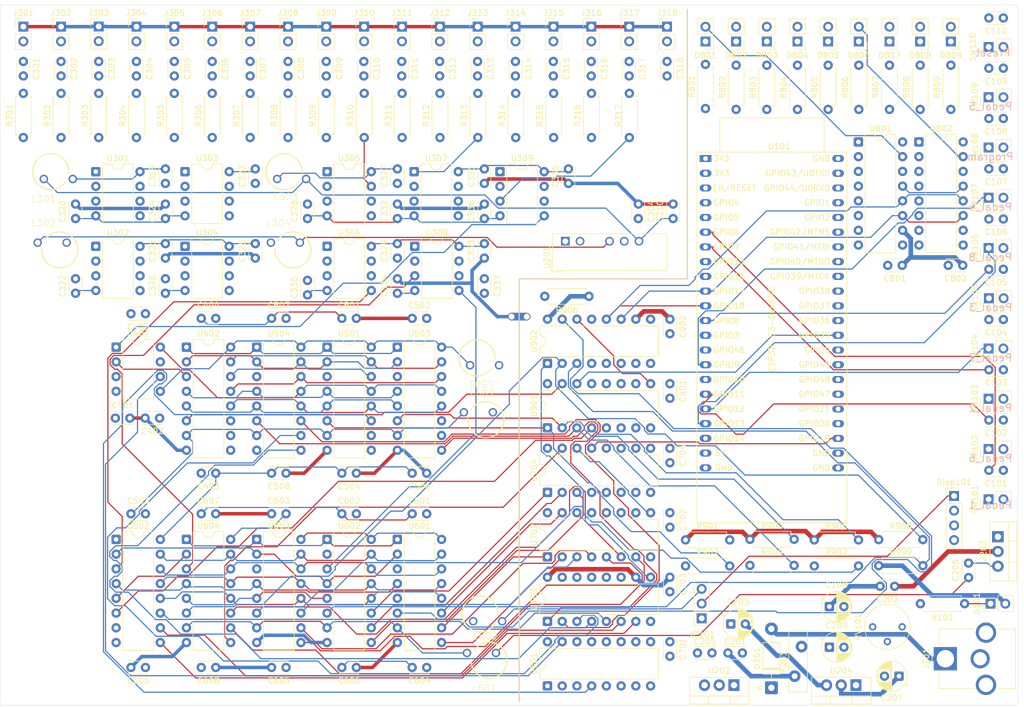
<source format=kicad_pcb>
(kicad_pcb (version 20241229) (generator "pcbnew") (generator_version "9.0")
  (layers (0 "F.Cu" signal) (4 "In1.Cu" signal) (6 "In2.Cu" signal) (2 "B.Cu" signal) (13 "F.Paste" user) (15 "B.Paste" user) (5 "F.SilkS" user "F.Silkscreen") (7 "B.SilkS" user "B.Silkscreen") (1 "F.Mask" user) (3 "B.Mask" user) (25 "Edge.Cuts" user))
  (net 0 "")
  (net 1 "3.3V")
  (net 2 "VIN_12V")
  (net 3 "GND")
  (net 4 "AGND")
  (net 5 "-15V")
  (net 6 "+15V")
  (net 7 "Net-(U101-GPIO6{slash}ADC1_CH5)")
  (net 8 "+5V")
  (net 9 "SR_SHCP")
  (net 10 "SR_OE")
  (net 11 "SR_STCP")
  (net 12 "-5V")
  (net 13 "Net-(U101-GPIO7{slash}ADC1_CH6)")
  (net 14 "Net-(U101-GPIO8{slash}ADC1_CH7)")
  (net 15 "Net-(C301-Pad2)")
  (net 16 "Net-(C301-Pad1)")
  (net 17 "Net-(C302-Pad1)")
  (net 18 "Net-(C302-Pad2)")
  (net 19 "Net-(U101-GPIO9{slash}ADC1_CH8)")
  (net 20 "Net-(C305-Pad2)")
  (net 21 "Net-(C305-Pad1)")
  (net 22 "Net-(C303-Pad1)")
  (net 23 "Net-(C303-Pad2)")
  (net 24 "Net-(C308-Pad1)")
  (net 25 "Net-(C308-Pad2)")
  (net 26 "Net-(U101-GPIO10{slash}ADC1_CH9)")
  (net 27 "Net-(U101-GPIO11{slash}ADC2_CH0)")
  (net 28 "Net-(U101-GPIO12{slash}ADC2_CH1)")
  (net 29 "Net-(U101-GPIO13{slash}ADC2_CH2)")
  (net 30 "Net-(U101-GPIO14{slash}ADC2_CH3)")
  (net 31 "Net-(U101-GPIO15{slash}ADC2_CH4{slash}32K_P)")
  (net 32 "Net-(U202-VO)")
  (net 33 "Net-(U203-VO)")
  (net 34 "Net-(D101-K)")
  (net 39 "Net-(C307-Pad1)")
  (net 40 "Net-(C307-Pad2)")
  (net 41 "Net-(C304-Pad1)")
  (net 42 "Net-(C304-Pad2)")
  (net 43 "GUITAR_IN")
  (net 44 "Net-(C306-Pad1)")
  (net 45 "Net-(C306-Pad2)")
  (net 46 "Net-(Disp101-SDA)")
  (net 47 "Net-(Disp101-SCL)")
  (net 48 "Net-(U308-1-)")
  (net 49 "Net-(U308-2-)")
  (net 50 "Net-(U303-2+)")
  (net 51 "Net-(U301-2+)")
  (net 53 "/IO Routing/U7_Q5")
  (net 54 "Net-(U302-2+)")
  (net 55 "/IO Routing/U7_Q7")
  (net 56 "/IO Routing/U7_Q0")
  (net 57 "/IO Routing/U7_Q4")
  (net 58 "/IO Routing/U7_Q2")
  (net 59 "/IO Routing/U7_Q3")
  (net 60 "/IO Routing/U7_Q6")
  (net 61 "Net-(D801-A)")
  (net 62 "Net-(D801-K)")
  (net 63 "Net-(D802-A)")
  (net 64 "Net-(D802-K)")
  (net 65 "Net-(D803-A)")
  (net 66 "Net-(D803-K)")
  (net 67 "Net-(D804-A)")
  (net 68 "Net-(D804-K)")
  (net 69 "Net-(U301-1+)")
  (net 70 "Net-(U302-1+)")
  (net 71 "Net-(U303-1+)")
  (net 72 "MATRIX_OUT_PRE")
  (net 73 "Net-(U305-1-)")
  (net 74 "Net-(U305-2-)")
  (net 75 "Net-(U306-1-)")
  (net 76 "Net-(U306-2-)")
  (net 77 "Net-(U307-1-)")
  (net 78 "Net-(U307-2-)")
  (net 79 "/IO Routing/U901_Q0")
  (net 80 "/IO Routing/U901_Q1")
  (net 91 "Net-(D805-K)")
  (net 97 "Net-(U402-X)")
  (net 98 "Net-(U701-QH')")
  (net 99 "Net-(U702-QH')")
  (net 100 "/IO Routing/U901_Q2")
  (net 101 "Net-(U309-1+)")
  (net 103 "Net-(D805-A)")
  (net 104 "Net-(D806-K)")
  (net 105 "Net-(D806-A)")
  (net 106 "Net-(D807-A)")
  (net 107 "Net-(D807-K)")
  (net 108 "Net-(D808-K)")
  (net 109 "Net-(D808-A)")
  (net 110 "Net-(D809-K)")
  (net 111 "Net-(D809-A)")
  (net 112 "Net-(R101-Pad2)")
  (net 114 "MATRIX_SR_DS")
  (net 115 "LED_SR_DS")
  (net 116 "/Matrix Shift Registers/U8_Q3")
  (net 117 "/Matrix Shift Registers/U8_Q1")
  (net 118 "/Matrix Shift Registers/U8_Q2")
  (net 119 "/Matrix Shift Registers/U8_Q7")
  (net 120 "/Matrix Shift Registers/U8_Q4")
  (net 121 "/Matrix Shift Registers/U8_Q5")
  (net 122 "/Matrix Shift Registers/U8_Q0")
  (net 123 "/Matrix Shift Registers/U8_Q6")
  (net 124 "Net-(U801-QH')")
  (net 133 "/IO Routing/U901_Q3")
  (net 134 "/IO Routing/U901_Q4")
  (net 135 "/Inhibit Registers/U902_Q0")
  (net 136 "/Inhibit Registers/U902_Q1")
  (net 137 "/Inhibit Registers/U902_Q2")
  (net 138 "/Inhibit Registers/U902_Q3")
  (net 139 "INHIBIT_SR_DS")
  (net 140 "/IO Routing/U7_Q1")
  (net 141 "/Matrix Shift Registers/U9_Q0")
  (net 142 "/Matrix Shift Registers/U9_Q7")
  (net 143 "/Matrix Shift Registers/U9_Q5")
  (net 144 "/Matrix Shift Registers/U9_Q2")
  (net 145 "/Matrix Shift Registers/U9_Q6")
  (net 146 "/Matrix Shift Registers/U9_Q3")
  (net 147 "/Matrix Shift Registers/U9_Q4")
  (net 148 "/Matrix Shift Registers/U9_Q1")
  (net 149 "/Matrix Shift Registers/U10_Q1")
  (net 152 "/Matrix Shift Registers/U10_Q2")
  (net 153 "/Matrix Shift Registers/U10_Q0")
  (net 154 "/Matrix Shift Registers/U10_Q3")
  (net 157 "FX_R_1")
  (net 158 "FX_R_2")
  (net 159 "FX_R_6")
  (net 160 "FX_R_4")
  (net 161 "FX_R_3")
  (net 162 "FX_R_8")
  (net 163 "FX_R_5")
  (net 164 "FX_R_7")
  (net 165 "FX_S_1")
  (net 166 "FX_S_2")
  (net 167 "FX_S_3")
  (net 168 "FX_S_4")
  (net 169 "FX_S_5")
  (net 170 "FX_S_6")
  (net 171 "FX_S_7")
  (net 172 "FX_S_8")
  (net 176 "Net-(U901-QH')")
  (net 182 "Net-(U309-1-)")
  (net 183 "Net-(U309-2-)")
  (net 184 "Net-(U304-2+)")
  (net 185 "Net-(U304-1+)")
  (net 186 "Net-(U702-SER)")
  (net 187 "Net-(Disp101-VCC)")
  (net 190 "Net-(U305-V-)")
  (net 191 "Net-(U305-V+)")
  (net 192 "+15V_F")
  (net 193 "+5V_F")
  (net 194 "-5V_F")
  (net 195 "-15V_F")
  (net 196 "Net-(U601-VDD)")
  (net 197 "Net-(U601-VEE)")
  (net 198 "/Power/12V_RAW_1")
  (net 199 "/Power/12V_RAW_2")
  (net 200 "/Power/12V_to_3.3V")
  (net 201 "/Power/3.3V_1")
  (net 202 "/Power/12V_to_5V")
  (net 203 "/Power/12V_to_-5V")
  (net 204 "Net-(C309-Pad2)")
  (net 205 "Net-(C309-Pad1)")
  (net 206 "Net-(C310-Pad1)")
  (net 207 "Net-(C310-Pad2)")
  (net 208 "Net-(C311-Pad2)")
  (net 209 "Net-(C311-Pad1)")
  (net 210 "Net-(C312-Pad2)")
  (net 211 "Net-(C312-Pad1)")
  (net 212 "Net-(C313-Pad2)")
  (net 213 "Net-(C313-Pad1)")
  (net 214 "Net-(C314-Pad1)")
  (net 215 "Net-(C314-Pad2)")
  (net 216 "Net-(C315-Pad1)")
  (net 217 "Net-(C315-Pad2)")
  (net 218 "Net-(C316-Pad1)")
  (net 219 "Net-(C316-Pad2)")
  (net 220 "Net-(C317-Pad1)")
  (net 221 "Net-(C317-Pad2)")
  (net 222 "Net-(C318-Pad1)")
  (footprint "Capacitor_THT:C_Disc_D3.0mm_W2.0mm_P2.50mm" (layer "F.Cu") (at 154 135.4408 -90)
    (property "Reference" "C703")
    (property "Value" "0.1uF")
  )
  (footprint "Resistor_THT:R_Axial_DIN0207_L6.3mm_D2.5mm_P7.62mm_Horizontal" (layer "F.Cu") (at 133.9375 59.62 90)
    (property "Reference" "R315")
    (property "Value" "10k")
  )
  (footprint "Package_DIP:DIP-16_W7.62mm" (layer "F.Cu") (at 107 95.76)
    (property "Reference" "U503")
    (property "Value" "CD4051B")
  )
  (footprint "Package_DIP:DIP-8_W7.62mm" (layer "F.Cu") (at 58.5 95.76)
    (property "Reference" "U401")
    (property "Value" "ADG419BN")
  )
  (footprint "Capacitor_THT:C_Disc_D3.0mm_W2.0mm_P2.50mm" (layer "F.Cu") (at 62 46.5 -90)
    (property "Reference" "C304")
    (property "Value" "1uF")
  )
  (footprint "Package_DIP:DIP-16_W7.62mm" (layer "F.Cu") (at 82.75 128.92)
    (property "Reference" "U603")
    (property "Value" "CD4051B")
  )
  (footprint "Capacitor_THT:C_Disc_D3.0mm_W2.0mm_P2.50mm" (layer "F.Cu") (at 51.5 86.47 90)
    (property "Reference" "C322")
    (property "Value" "0.1uF")
  )
  (footprint "WE-UKW:WE-UKW_74275010" (layer "F.Cu") (at 48.775 79)
    (property "Reference" "L302")
    (property "Value" "600R@100Mhz")
  )
  (footprint "Package_DIP:DIP-16_W7.62mm" (layer "F.Cu") (at 132.88 120.8125 90)
    (property "Reference" "U704")
    (property "Value" "74HC595")
  )
  (footprint "Connector_PinHeader_2.54mm:PinHeader_1x02_P2.54mm_Vertical" (layer "F.Cu") (at 208.96 44 90)
    (property "Reference" "SW110")
    (property "Value" "Preset")
  )
  (footprint "Resistor_THT:R_Axial_DIN0207_L6.3mm_D2.5mm_P7.62mm_Horizontal" (layer "F.Cu") (at 101.2813 59.62 90)
    (property "Reference" "R310")
    (property "Value" "10k")
  )
  (footprint "Capacitor_THT:C_Disc_D3.0mm_W2.0mm_P2.50mm" (layer "F.Cu") (at 140.4286 46.5 -90)
    (property "Reference" "C316")
    (property "Value" "1uF")
  )
  (footprint "Capacitor_THT:C_Disc_D3.0mm_W2.0mm_P2.50mm" (layer "F.Cu") (at 109.555 124.5)
    (property "Reference" "C601")
    (property "Value" "0.1uF")
  )
  (footprint "Capacitor_THT:C_Disc_D3.0mm_W2.0mm_P2.50mm" (layer "F.Cu") (at 99.93 117.5 180)
    (property "Reference" "C504")
    (property "Value" "0.1uF")
  )
  (footprint "Capacitor_THT:CP_Radial_D5.0mm_P2.50mm" (layer "F.Cu") (at 193.5 152.5 180)
    (property "Reference" "C207")
    (property "Value" "10uF")
  )
  (footprint "Capacitor_THT:C_Disc_D3.0mm_W2.0mm_P2.50mm" (layer "F.Cu") (at 211.5 56.3333 180)
    (property "Reference" "C108")
    (property "Value" "0.1uF")
  )
  (footprint "Connector_PinSocket_2.54mm:PinSocket_1x03_P2.54mm_Vertical" (layer "F.Cu") (at 159.475 142.525 180)
    (property "Reference" "JP101")
    (property "Value" "Jumper_3_Open")
  )
  (footprint "Capacitor_THT:C_Disc_D3.0mm_W2.0mm_P2.50mm" (layer "F.Cu") (at 42.5 46.5 -90)
    (property "Reference" "C301")
    (property "Value" "1uF")
  )
  (footprint "Capacitor_THT:CP_Radial_D5.0mm_P2.50mm" (layer "F.Cu") (at 181.5 140.5)
    (property "Reference" "C208")
    (property "Value" "10uF")
  )
  (footprint "Connector_PinHeader_2.54mm:PinHeader_1x02_P2.54mm_Vertical" (layer "F.Cu") (at 208.96 52.6667 90)
    (property "Reference" "SW109")
    (property "Value" "Pedal_5")
  )
  (footprint "Capacitor_THT:C_Disc_D3.0mm_W2.0mm_P2.50mm" (layer "F.Cu") (at 154 102.0683 -90)
    (property "Reference" "C901")
    (property "Value" "0.1uF")
  )
  (footprint "Connector_PinHeader_2.54mm:PinHeader_1x02_P2.54mm_Vertical" (layer "F.Cu") (at 202.4375 43.05 180)
    (property "Reference" "D809")
    (property "Value" "Pedal_8")
  )
  (footprint "Capacitor_THT:C_Disc_D3.0mm_W2.0mm_P2.50mm" (layer "F.Cu") (at 82.5 80.41 90)
    (property "Reference" "C325")
    (property "Value" "0.1uF")
  )
  (footprint "Library:Jack" (layer "F.Cu") (at 140.4412 40.5)
    (property "Reference" "J316")
    (property "Value" "FX_S_8")
  )
  (footprint "Package_DIP:DIP-16_W7.62mm" (layer "F.Cu") (at 70.625 95.76)
    (property "Reference" "U402")
    (property "Value" "CD4051B")
  )
  (footprint "Resistor_THT:R_Axial_DIN0207_L6.3mm_D2.5mm_P7.62mm_Horizontal" (layer "F.Cu") (at 178.8967 129)
    (property "Reference" "R905")
    (property "Value" "10k")
  )
  (footprint "Capacitor_THT:C_Disc_D3.0mm_W2.0mm_P2.50mm" (layer "F.Cu") (at 68.5357 46.5 -90)
    (property "Reference" "C305")
    (property "Value" "1uF")
  )
  (footprint "Capacitor_THT:C_Disc_D3.0mm_W2.0mm_P2.50mm" (layer "F.Cu") (at 81.6071 46.5 -90)
    (property "Reference" "C307")
    (property "Value" "1uF")
  )
  (footprint "Capacitor_THT:C_Disc_D3.0mm_W2.0mm_P2.50mm" (layer "F.Cu") (at 205.5 135.5 90)
    (property "Reference" "C206")
    (property "Value" "0.1uF")
  )
  (footprint "Connector_PinHeader_2.54mm:PinHeader_1x04_P2.54mm_Vertical" (layer "F.Cu") (at 203 121.42)
    (property "Reference" "Disp101")
    (property "Value" "~")
  )
  (footprint "Capacitor_THT:C_Disc_D3.0mm_W2.0mm_P2.50mm" (layer "F.Cu") (at 109.555 90.8)
    (property "Reference" "C502")
    (property "Value" "0.1uF")
  )
  (footprint "Library:Jack" (layer "F.Cu") (at 68.5357 40.5)
    (property "Reference" "J305")
    (property "Value" "FX_R_5")
  )
  (footprint "Capacitor_THT:C_Disc_D3.0mm_W2.0mm_P2.50mm" (layer "F.Cu") (at 112.055 151 180)
    (property "Reference" "C604")
    (property "Value" "0.1uF")
  )
  (footprint "Resistor_THT:R_Axial_DIN0207_L6.3mm_D2.5mm_P7.62mm_Horizontal" (layer "F.Cu") (at 156.69 133.5)
    (property "Reference" "R902")
    (property "Value" "10k")
  )
  (footprint "Package_DIP:DIP-8_W7.62mm" (layer "F.Cu") (at 70.38 65.5)
    (property "Reference" "U303")
    (property "Value" "TL072")
  )
  (footprint "Package_DIP:DIP-16_W7.62mm" (layer "F.Cu") (at 94.875 128.92)
    (property "Reference" "U602")
    (property "Value" "CD4051B")
  )
  (footprint "Capacitor_THT:C_Disc_D3.0mm_W2.0mm_P2.50mm" (layer "F.Cu") (at 85.305 90.8)
    (property "Reference" "C507")
    (property "Value" "0.1uF")
  )
  (footprint "Capacitor_THT:C_Disc_D3.0mm_W2.0mm_P2.50mm" (layer "F.Cu") (at 63.555 90 180)
    (property "Reference" "C405")
    (property "Value" "0.1uF")
  )
  (footprint "Capacitor_THT:CP_Radial_D5.0mm_P2.50mm" (layer "F.Cu") (at 181.5 147.5)
    (property "Reference" "C209")
    (property "Value" "100uF")
  )
  (footprint "Capacitor_THT:C_Disc_D3.0mm_W2.0mm_P2.50mm" (layer "F.Cu") (at 67 67.53 90)
    (property "Reference" "C319")
    (property "Value" "0.1uF")
  )
  (footprint "WE-UKW:WE-UKW_74275010" (layer "F.Cu") (at 87.45 65.5 180)
    (property "Reference" "L303")
    (property "Value" "600R@100Mhz")
  )
  (footprint "Package_DIP:DIP-16_W7.62mm" (layer "F.Cu") (at 82.75 95.76)
    (property "Reference" "U504")
    (property "Value" "CD4051B")
  )
  (footprint "Capacitor_THT:C_Disc_D3.0mm_W2.0mm_P2.50mm" (layer "F.Cu") (at 211.5 39 180)
    (property "Reference" "C110")
    (property "Value" "0.1uF")
  )
  (footprint "Library:Jack" (layer "F.Cu") (at 107.7941 40.5)
    (property "Reference" "J311")
    (property "Value" "FX_S_3")
  )
  (footprint "Capacitor_THT:C_Disc_D3.0mm_W2.0mm_P2.50mm" (layer "F.Cu") (at 148.5475 71.09 -90)
    (property "Reference" "C204")
    (property "Value" "0.1uF")
  )
  (footprint "WE-UKW:WE-UKW_74275010" (layer "F.Cu") (at 89 79)
    (property "Reference" "L304")
    (property "Value" "600R@100Mhz")
  )
  (footprint "Capacitor_THT:C_Disc_D3.0mm_W2.0mm_P2.50mm" (layer "F.Cu") (at 161.25 148.5 180)
    (property "Reference" "C205")
    (property "Value" "0.1uF")
  )
  (footprint "Package_DIP:DIP-16_W7.62mm" (layer "F.Cu") (at 132.88 98.5642 90)
    (property "Reference" "U902")
    (property "Value" "74HC595")
  )
  (footprint "Capacitor_THT:C_Disc_D3.0mm_W2.0mm_P2.50mm" (layer "F.Cu") (at 136.5 67.53 90)
    (property "Reference" "C335")
    (property "Value" "0.1uF")
  )
  (footprint "Capacitor_THT:C_Disc_D3.0mm_W2.0mm_P2.50mm" (layer "F.Cu") (at 87.805 117.5 180)
    (property "Reference" "C508")
    (property "Value" "0.1uF")
  )
  (footprint "Capacitor_THT:C_Disc_D3.0mm_W2.0mm_P2.50mm" (layer "F.Cu") (at 73.18 90.8)
    (property "Reference" "C404")
    (property "Value" "0.1uF")
  )
  (footprint "Capacitor_THT:C_Disc_D3.0mm_W2.0mm_P2.50mm" (layer "F.Cu") (at 87.805 151 180)
    (property "Reference" "C605")
    (property "Value" "0.1uF")
  )
  (footprint "Capacitor_THT:C_Disc_D3.0mm_W2.0mm_P2.50mm" (layer "F.Cu") (at 82.5 67.53 90)
    (property "Reference" "C323")
    (property "Value" "0.1uF")
  )
  (footprint "Package_DIP:DIP-8_W7.62mm" (layer "F.Cu") (at 94.88 65.5)
    (property "Reference" "U305")
    (property "Value" "TL072")
  )
  (footprint "Resistor_THT:R_Axial_DIN0207_L6.3mm_D2.5mm_P7.62mm_Horizontal" (layer "F.Cu") (at 42.5 59.62 90)
    (property "Reference" "R301")
    (property "Value" "10k")
  )
  (footprint "Capacitor_THT:C_Disc_D3.0mm_W2.0mm_P2.50mm" (layer "F.Cu") (at 107 86.47 90)
    (property "Reference" "C334")
    (property "Value" "0.1uF")
  )
  (footprint "Capacitor_THT:C_Disc_D3.0mm_W2.0mm_P2.50mm" (layer "F.Cu") (at 122 80.41 90)
    (property "Reference" "C333")
    (property "Value" "0.1uF")
  )
  (footprint "Resistor_THT:R_Axial_DIN0207_L6.3mm_D2.5mm_P7.62mm_Horizontal" (layer "F.Cu") (at 107.8125 59.62 90)
    (property "Reference" "R311")
    (property "Value" "10k")
  )
  (footprint "Resistor_THT:R_Axial_DIN0207_L6.3mm_D2.5mm_P7.62mm_Horizontal" (layer "F.Cu") (at 204.81 140 180)
    (property "Reference" "R101")
    (property "Value" "100")
  )
  (footprint "WE-UKW:WE-UKW_74275010" (layer "F.Cu") (at 120.725 97.615 180)
    (property "Reference" "L501")
    (property "Value" "600R@100Mhz")
  )
  (footprint "Capacitor_THT:C_Disc_D3.0mm_W2.0mm_P2.50mm" (layer "F.Cu") (at 211.5 82.3333 180)
    (property "Reference" "C105")
    (property "Value" "0.1uF")
  )
  (footprint "Capacitor_THT:C_Disc_D3.0mm_W2.0mm_P2.50mm" (layer "F.Cu") (at 99.93 151 180)
    (property "Reference" "C606")
    (property "Value" "0.1uF")
  )
  (footprint "Capacitor_THT:C_Disc_D3.0mm_W2.0mm_P2.50mm" (layer "F.Cu") (at 67 73.59 90)
    (property "Reference" "C324")
    (property "Value" "0.1uF")
  )
  (footprint "Capacitor_THT:C_Disc_D3.0mm_W2.0mm_P2.50mm" (layer "F.Cu") (at 122 73.59 90)
    (property "Reference" "C336")
    (property "Value" "0.1uF")
  )
  (footprint "Package_DIP:DIP-16_W7.62mm" (layer "F.Cu") (at 132.88 109.6883 90)
    (property "Reference" "U901")
    (property "Value" "74HC595")
  )
  (footprint "Connector_PinHeader_2.54mm:PinHeader_1x02_P2.54mm_Vertical" (layer "F.Cu") (at 165.4163 43.05 180)
    (property "Reference" "D802")
    (property "Value" "Pedal_2")
  )
  (footprint "Capacitor_THT:C_Disc_D3.0mm_W2.0mm_P2.50mm" (layer "F.Cu") (at 114.2857 46.5 -90)
    (property "Reference" "C312")
    (property "Value" "1uF")
  )
  (footprint "Connector_BarrelJack:BarrelJack_CUI_PJ-063AH_Horizontal_CircularHoles" (layer "F.Cu") (at 201.5 149.5 90)
    (property "Reference" "J201")
    (property "Value" "Barrel_Jack")
  )
  (footprint "Resistor_THT:R_Axial_DIN0207_L6.3mm_D2.5mm_P7.62mm_Horizontal" (layer "F.Cu") (at 140.4688 59.62 90)
    (property "Reference" "R316")
    (property "Value" "10k")
  )
  (footprint "Connector_PinHeader_2.54mm:PinHeader_1x02_P2.54mm_Vertical" (layer "F.Cu") (at 170.705 43.05 180)
    (property "Reference" "D803")
    (property "Value" "Pedal_3")
  )
  (footprint "Capacitor_THT:C_Disc_D3.0mm_W2.0mm_P2.50mm" (layer "F.Cu") (at 66 108 180)
    (property "Reference" "C402")
    (property "Value" "0.1uF")
  )
  (footprint "Library:Jack" (layer "F.Cu") (at 133.9118 40.5)
    (property "Reference" "J315")
    (property "Value" "FX_S_7")
  )
  (footprint "Converter_DCDC:Converter_DCDC_TRACO_TMA-05xxD_12xxD_Dual_THT" (layer "F.Cu") (at 135.96 77.5 90)
    (property "Reference" "U201")
    (property "Value" "TMA-1215D")
  )
  (footprint "Resistor_THT:R_Axial_DIN0207_L6.3mm_D2.5mm_P7.62mm_Horizontal" (layer "F.Cu") (at 55.5 59.62 90)
    (property "Reference" "R303")
    (property "Value" "10k")
  )
  (footprint "Resistor_THT:R_Axial_DIN0207_L6.3mm_D2.5mm_P7.62mm_Horizontal" (layer "F.Cu") (at 181.2825 54.77 90)
    (property "Reference" "R805")
    (property "Value" "150")
  )
  (footprint "Capacitor_THT:C_Disc_D3.0mm_W2.0mm_P2.50mm" (layer "F.Cu") (at 153.5 46.5 -90)
    (property "Reference" "C318")
    (property "Value" "1uF")
  )
  (footprint "Capacitor_THT:C_Disc_D3.0mm_W2.0mm_P2.50mm" (layer "F.Cu") (at 166.5 148.5 180)
    (property "Reference" "C201")
    (property "Value" "0.33uF")
  )
  (footprint "Capacitor_THT:C_Disc_D3.0mm_W2.0mm_P2.50mm" (layer "F.Cu") (at 192.75 137 180)
    (property "Reference" "C202")
    (property "Value" "0.33uF")
  )
  (footprint "Capacitor_THT:C_Disc_D3.0mm_W2.0mm_P2.50mm" (layer "F.Cu") (at 88.1429 46.5 -90)
    (property "Reference" "C308")
    (property "Value" "1uF")
  )
  (footprint "WE-UKW:WE-UKW_74275010" (layer "F.Cu") (at 122.81 149.765)
    (property "Reference" "L602")
    (property "Value" "600R@100Mhz")
  )
  (footprint "Capacitor_THT:C_Disc_D3.0mm_W2.0mm_P2.50mm" (layer "F.Cu") (at 204.4925 81.66 180)
    (property "Reference" "C802")
    (property "Value" "0.1uF")
  )
  (footprint "Capacitor_THT:C_Disc_D3.0mm_W2.0mm_P2.50mm" (layer "F.Cu") (at 211.5 91 180)
    (property "Reference" "C104")
    (property "Value" "0.1uF")
  )
  (footprint "Capacitor_THT:C_Disc_D3.0mm_W2.0mm_P2.50mm" (layer "F.Cu") (at 122 67.53 90)
    (property "Reference" "C331")
    (property "Value" "0.1uF")
  )
  (footprint "Capacitor_THT:C_Disc_D3.0mm_W2.0mm_P2.50mm" (layer "F.Cu") (at 94.7353 46.5 -90)
    (property "Reference" "C309")
    (property "Value" "1uF")
  )
  (footprint "Capacitor_THT:C_Disc_D3.0mm_W2.0mm_P2.50mm" (layer "F.Cu") (at 73.18 124.5)
    (property "Reference" "C607")
    (property "Value" "0.1uF")
  )
  (footprint "Capacitor_THT:C_Disc_D3.0mm_W2.0mm_P2.50mm" (layer "F.Cu") (at 120.8214 46.5 -90)
    (property "Reference" "C313")
    (property "Value" "1uF")
  )
  (footprint "Resistor_THT:R_Axial_DIN0207_L6.3mm_D2.5mm_P7.62mm_Horizontal" (layer "F.Cu") (at 81.6071 59.62 90)
    (property "Reference" "R307")
    (property "Value" "10k")
  )
  (footprint "Resistor_THT:R_Axial_DIN0207_L6.3mm_D2.5mm_P7.62mm_Horizontal" (layer "F.Cu") (at 68.5357 59.62 90)
    (property "Reference" "R305")
    (property "Value" "10k")
  )
  (footprint "Connector_PinHeader_2.54mm:PinHeader_1x02_P2.54mm_Vertical" (layer "F.Cu") (at 197.1488 43.05 180)
    (property "Reference" "D808")
    (property "Value" "Pedal_7")
  )
  (footprint "Connector_PinHeader_2.54mm:PinHeader_1x02_P2.54mm_Vertical" (layer "F.Cu") (at 208.96 78.6667 90)
    (property "Reference" "SW106")
    (property "Value" "Pedal_8")
  )
  (footprint "Connector_PinHeader_2.54mm:PinHeader_1x02_P2.54mm_Vertical" (layer "F.Cu") (at 208.96 96 90)
    (property "Reference" "SW104")
    (property "Value" "Pedal_7")
  )
  (footprint "Resistor_THT:R_Axial_DIN0207_L6.3mm_D2.5mm_P7.62mm_Horizontal" (layer "F.Cu") (at 190 133.45)
    (property "Reference" "R909")
    (property "Value" "10k")
  )
  (footprint "Library:Jack" (layer "F.Cu") (at 49 40.5)
    (property "Reference" "J302")
    (property "Value" "FX_R_2")
  )
  (footprint "Connector_PinHeader_2.54mm:PinHeader_1x02_P2.54mm_Vertical" (layer "F.Cu") (at 160.1275 43.05 180)
    (property "Reference" "D801")
    (property "Value" "Pedal_1")
  )
  (footprint "Library:Jack" (layer "F.Cu") (at 127.3824 40.5)
    (property "Reference" "J314")
    (property "Value" "FX_S_6")
  )
  (footprint "Connector_PinHeader_2.54mm:PinHeader_1x02_P2.54mm_Vertical" (layer "F.Cu") (at 191.86 43.05 180)
    (property "Reference" "D807")
    (property "Value" "Pedal_6")
  )
  (footprint "Capacitor_THT:C_Disc_D3.0mm_W2.0mm_P2.50mm" (layer "F.Cu") (at 211.5 99.6667 180)
    (property "Reference" "C103")
    (property "Value" "0.1uF")
  )
  (footprint "Capacitor_THT:C_Disc_D3.0mm_W2.0mm_P2.50mm" (layer "F.Cu") (at 67 80.41 90)
    (property "Reference" "C321")
    (property "Value" "0.1uF")
  )
  (footprint "Capacitor_THT:C_Disc_D3.0mm_W2.0mm_P2.50mm" (layer "F.Cu") (at 211.5 73.6667 180)
    (property "Reference" "C106")
    (property "Value" "0.1uF")
  )
  (footprint "Capacitor_THT:C_Disc_D3.0mm_W2.0mm_P2.50mm" (layer "F.Cu") (at 154 90.9442 -90)
    (property "Reference" "C902")
    (property "Value" "0.1uF")
  )
  (footprint "Capacitor_THT:C_Disc_D3.0mm_W2.0mm_P2.50mm" (layer "F.Cu") (at 107 73.59 90)
    (property "Reference" "C332")
    (property "Value" "0.1uF")
  )
  (footprint "ESP:ESP32-S3-DevKitC" (layer "F.Cu") (at 160.14 63.24)
    (property "Reference" "U101")
    (property "Value" "ESP32-S3-DevKitC")
  )
  (footprint "Connector_PinHeader_2.54mm:PinHeader_1x02_P2.54mm_Vertical" (layer "F.Cu") (at 208.96 70 90)
    (property "Reference" "SW107")
    (property "Value" "Pedal_4")
  )
  (footprint "Resistor_THT:R_Axial_DIN0207_L6.3mm_D2.5mm_P7.62mm_Horizontal" (layer "F.Cu") (at 160.1275 54.62 90)
    (property "Reference" "R801")
    (property "Value" "150")
  )
  (footprint "Capacitor_THT:C_Disc_D3.0mm_W2.0mm_P2.50mm" (layer "F.Cu") (at 107 80.41 90)
    (property "Reference" "C329")
    (property "Value" "0.1uF")
  )
  (footprint "Capacitor_THT:C_Disc_D3.0mm_W2.0mm_P2.50mm" (layer "F.Cu") (at 101.2143 46.5 -90)
    (property "Reference" "C310")
    (property "Value" "1uF")
  )
  (footprint "Package_DIP:DIP-16_W7.62mm" (layer "F.Cu") (at 132.88 154.185 90)
    (property "Reference" "U701")
    (property "Value" "74HC595")
  )
  (footprint "Package_DIP:DIP-16_W7.62mm" (layer "F.Cu") (at 107 128.92)
    (property "Reference" "U601")
    (property "Value" "CD4051B")
  )
  (footprint "Package_DIP:DIP-8_W7.62mm" (layer "F.Cu") (at 70.38 78.38)
    (property "Reference" "U304")
    (property "Value" "TL072")
  )
  (footprint "Capacitor_THT:C_Disc_D3.0mm_W2.0mm_P2.50mm" (layer "F.Cu") (at 49 46.5 -90)
    (property "Reference" "C302")
    (property "Value" "1uF")
  )
  (footprint "Capacitor_THT:C_Disc_D3.0mm_W2.0mm_P2.50mm" (layer "F.Cu") (at 75.0714 46.5 -90)
    (property "Reference" "C306")
    (property "Value" "1uF")
  )
  (footprint "Library:Jack" (layer "F.Cu") (at 114.3235 40.5)
    (property "Reference" "J312")
    (property "Value" "FX_S_4")
  )
  (footprint "Resistor_THT:R_Axial_DIN0207_L6.3mm_D2.5mm_P7.62mm_Horizontal" (layer "F.Cu") (at 202.4375 54.77 90)
    (property "Reference" "R809")
    (property "Value" "150")
  )
  (footprint "Resistor_THT:R_Axial_DIN0207_L6.3mm_D2.5mm_P7.62mm_Horizontal" (layer "F.Cu") (at 167.7933 128.9)
    (property "Reference" "R903")
    (property "Value" "10k")
  )
  (footprint "Connector_PinHeader_2.54mm:PinHeader_1x02_P2.54mm_Vertical" (layer "F.Cu") (at 208.96 113.3333 90)
    (property "Reference" "SW102")
    (property "Value" "Pedal_6")
  )
  (footprint "Capacitor_THT:C_Disc_D3.0mm_W2.0mm_P2.50mm" (layer "F.Cu") (at 97.43 90.8)
    (property "Reference" "C501")
    (property "Value" "0.1uF")
  )
  (footprint "Diode_THT:D_DO-41_SOD81_P10.16mm_Horizontal" (layer "F.Cu") (at 171.5 154.5 90)
    (property "Reference" "D201")
    (property "Value" "1N5822")
  )
  (footprint "Package_DIP:DIP-8_W7.62mm" (layer "F.Cu") (at 109.88 65.5)
    (property "Reference" "U307")
    (property "Value" "TL072")
  )
  (footprint "Library:Jack" (layer "F.Cu") (at 146.9706 40.5)
    (property "Reference" "J317")
    (property "Value" "Guitar_In")
  )
  (footprint "Package_DIP:DIP-16_W7.62mm" (layer "F.Cu") (at 196.9375 60.38)
    (property "Reference" "U802")
    (property "Value" "74HC595")
  )
  (footprint "Resistor_THT:R_Axial_DIN0207_L6.3mm_D2.5mm_P7.62mm_Horizontal" (layer "F.Cu") (at 175.9938 54.77 90)
    (property "Reference" "R804")
    (property "Value" "150")
  )
  (footprint "Package_DIP:DIP-16_W7.62mm" (layer "F.Cu") (at 132.88 131.9367 90)
    (property "Reference" "U702")
    (property "Value" "74HC595")
  )
  (footprint "Capacitor_THT:C_Disc_D3.0mm_W2.0mm_P2.50mm" (layer "F.Cu") (at 133.8929 46.5 -90)
    (property "Reference" "C315")
    (property "Value" "1uF")
  )
  (footprint "Potentiometer_THT:Potentiometer_Bourns_3339P_Vertical" (layer "F.Cu") (at 194.04 144 90)
    (property "Reference" "RV101")
    (property "Value" "500")
  )
  (footprint "Capacitor_THT:C_Disc_D3.0mm_W2.0mm_P2.50mm" (layer "F.Cu") (at 55.5 46.5 -90)
    (property "Reference" "C303")
    (property "Value" "1uF")
  )
  (footprint "WE-UKW:WE-UKW_74275010" (layer "F.Cu") (at 121.26 141.765 180)
    (property "Reference" "L601")
    (property "Value" "600R@100Mhz")
  )
  (footprint "Library:Jack" (layer "F.Cu") (at 101.2647 40.5)
    (property "Reference" "J310")
    (property "Value" "FX_S_2")
  )
  (footprint "Package_DIP:DIP-16_W7.62mm" (layer "F.Cu") (at 70.625 128.92)
    (property "Reference" "U604")
    (property "Value" "CD4051B")
  )
  (footprint "Capacitor_THT:C_Disc_D3.0mm_W2.0mm_P2.50mm" (layer "F.Cu") (at 63.555 151 180)
    (property "Reference" "C505")
    (property "Value" "0.1uF")
  )
  (footprint "Capacitor_THT:C_Disc_D3.0mm_W2.0mm_P2.50mm" (layer "F.Cu") (at 61.055 124.5)
    (property "Reference" "C503")
    (property "Value" "0.1uF")
  )
  (footprint "Resistor_THT:R_Axial_DIN0207_L6.3mm_D2.5mm_P7.62mm_Horizontal" (layer "F.Cu") (at 120.875 59.62 90)
    (property "Reference" "R313")
    (property "Value" "10k")
  )
  (footprint "Resistor_THT:R_Axial_DIN0207_L6.3mm_D2.5mm_P7.62mm_Horizontal" (layer "F.Cu") (at 186.5713 54.77 90)
    (property "Reference" "R806")
    (property "Value" "150")
  )
  (footprint "Capacitor_THT:C_Disc_D3.0mm_W2.0mm_P2.50mm" (layer "F.Cu") (at 67 86.47 90)
    (property "Reference" "C326")
    (property "Value" "0.1uF")
  )
  (footprint "Library:Jack" (layer "F.Cu") (at 62 40.5)
    (property "Reference" "J304")
    (property "Value" "FX_R_4")
  )
  (footprint "Capacitor_THT:C_Disc_D3.0mm_W2.0mm_P2.50mm" (layer "F.Cu") (at 154 113.1925 -90)
    (property "Reference" "C704")
    (property "Value" "0.1uF")
  )
  (footprint "Connector_PinHeader_2.54mm:PinHeader_1x02_P2.54mm_Vertical" (layer "F.Cu") (at 175.9938 43.05 180)
    (property "Reference" "D804")
    (property "Value" "Pedal_4")
  )
  (footprint "Capacitor_THT:C_Disc_D3.0mm_W2.0mm_P2.50mm" (layer "F.Cu") (at 154 146.565 -90)
    (property "Reference" "C701")
    (property "Value" "0.1uF")
  )
  (footprint "Package_DIP:DIP-8_W7.62mm" (layer "F.Cu") (at 55 65.5)
    (property "Reference" "U301")
    (property "Value" "TL072")
  )
  (footprint "Capacitor_THT:C_Disc_D3.0mm_W2.0mm_P2.50mm" (layer "F.Cu") (at 107.75 46.5 -90)
    (property "Reference" "C311")
    (property "Value" "1uF")
  )
  (footprint "Package_DIP:DIP-8_W7.62mm" (layer "F.Cu") (at 110 78.38)
    (property "Reference" "U308")
    (property "Value" "TL072")
  )
  (footprint "WE-UKW:WE-UKW_74275010" (layer "F.Cu") (at 122.275 108.265)
    (property "Reference" "L502")
    (property "Value" "600R@100Mhz")
  )
  (footprint "Connector_PinHeader_2.54mm:PinHeader_1x02_P2.54mm_Vertical" (layer "F.Cu") (at 209.295 140 90)
    (property "Reference" "D101")
    (property "Value" "LED_PWR")
  )
  (footprint "Package_DIP:DIP-16_W7.62mm" (layer "F.Cu") (at 94.875 95.76)
    (property "Reference" "U501")
    (property "Value" "CD4051B")
  )
  (footprint "Capacitor_THT:C_Disc_D3.0mm_W2.0mm_P2.50mm" (layer "F.Cu") (at 211.5 117 180)
    (property "Reference" "C101")
    (property "Value" "0.1uF")
  )
  (footprint "Capacitor_THT:C_Disc_D3.0mm_W2.0mm_P2.50mm" (layer "F.Cu") (at 97.43 124.5)
    (property "Reference" "C602")
    (property "Value" "0.1uF")
  )
  (footprint "Connector_PinHeader_2.54mm:PinHeader_1x02_P2.54mm_Vertical" (layer "F.Cu") (at 208.96 122 90)
    (property "Reference" "SW101")
    (property "Value" "Pedal_1")
  )
  (footprint "Package_DIP:DIP-16_W7.62mm" (layer "F.Cu") (at 58.5 128.92)
    (property "Reference" "U502")
    (property "Value" "CD4051B")
  )
  (footprint "Resistor_THT:R_Axial_DIN0207_L6.3mm_D2.5mm_P7.62mm_Horizontal" (layer "F.Cu") (at 191.86 54.77 90)
    (property "Reference" "R807")
    (property "Value" "150")
  )
  (footprint "Resistor_THT:R_Axial_DIN0207_L6.3mm_D2.5mm_P7.62mm_Horizontal" (layer "F.Cu") (at 190 128.95)
    (property "Reference" "R908")
    (property "Value" "10k")
  )
  (footprint "Library:Jack" (layer "F.Cu") (at 120.8529 40.5)
    (property "Reference" "J313")
    (property "Value" "FX_S_5")
  )
  (footprint "Resistor_THT:R_Axial_DIN0207_L6.3mm_D2.5mm_P7.62mm_Horizontal" (layer "F.Cu") (at 127.4063 59.62 90)
    (property "Reference" "R314")
    (property "Value" "10k")
  )
  (footprint "Capacitor_THT:C_Disc_D3.0mm_W2.0mm_P2.50mm" (layer "F.Cu") (at 58.37 108)
    (property "Reference" "C401")
    (property "Value" "0.1uF")
  )
  (footprint "Resistor_THT:R_Axial_DIN0207_L6.3mm_D2.5mm_P7.62mm_Horizontal" (layer "F.Cu") (at 156.69 129)
    (property "Reference" "R901")
    (property "Value" "10k")
  )
  (footprint "Capacitor_THT:C_Disc_D3.0mm_W2.0mm_P2.50mm" (layer "F.Cu") (at 154 124.3167 -90)
    (property "Reference" "C702")
    (property "Value" "0.1uF")
  )
  (footprint "Resistor_THT:R_Axial_DIN0207_L6.3mm_D2.5mm_P7.62mm_Horizontal" (layer "F.Cu") (at 165.4163 54.77 90)
    (property "Reference" "R802")
    (property "Value" "150")
  )
  (footprint "Package_DIP:DIP-16_W7.62mm" (layer "F.Cu") (at 186.5 60.38)
    (property "Reference" "U801")
    (property "Value" "74HC595")
  )
  (footprint "Capacitor_THT:C_Disc_D3.0mm_W2.0mm_P2.50mm" (layer "F.Cu") (at 75.68 151 180)
    (property "Reference" "C608")
    (property "Value" "0.1uF")
  )
  (footprint "Capacitor_THT:C_Disc_D3.0mm_W2.0mm_P2.50mm" (layer "F.Cu") (at 122 83.97 -90)
    (property "Reference" "C337")
    (property "Value" "1uF")
  )
  (footprint "Package_DIP:DIP-8_W7.62mm" (layer "F.Cu") (at 124.695 65.5)
    (property "Reference" "U309")
    (property "Value" "TL072")
  )
  (footprint "Package_DIP:DIP-8_W7.62mm" (layer "F.Cu") (at 55 78.38)
    (property "Reference" "U302")
    (property "Value" "TL072")
  )
  (footprint "Capacitor_THT:C_Disc_D3.0mm_W2.0mm_P2.50mm" (layer "F.Cu") (at 211.5 65 180)
    (property "Reference" "C107")
    (property "Value" "0.1uF")
  )
  (footprint "Resistor_THT:R_Axial_DIN0207_L6.3mm_D2.5mm_P7.62mm_Horizontal" (layer "F.Cu") (at 75.0714 59.62 90)
    (property "Reference" "R306")
    (property "Value" "10k")
  )
  (footprint "Capacitor_THT:C_Disc_D3.0mm_W2.0mm_P2.50mm" (layer "F.Cu") (at 194.055 81.66 180)
    (property "Reference" "C801")
    (property "Value" "0.1uF")
  )
  (footprint "Fuse:Fuse_Bourns_MF-RG500" (layer "F.Cu") (at 175.5 152.5 90)
    (property "Reference" "F201")
    (property "Value" "Polyfuse_Small")
  )
  (footprint "Capacitor_THT:C_Disc_D3.0mm_W2.0mm_P2.50mm" (layer "F.Cu") (at 146.9643 46.5 -90)
    (property "Reference" "C317")
    (property "Value" "1uF")
  )
  (footprint "Capacitor_THT:CP_Radial_D5.0mm_P2.50mm" (layer "F.Cu") (at 164.5 143.5)
    (property "Reference" "C203")
    (property "Value" "10uF")
  )
  (footprint "Capacitor_THT:C_Disc_D3.0mm_W2.0mm_P2.50mm" (layer "F.Cu") (at 85.305 124.5)
    (property "Reference" "C603")
    (property "Value" "0.1uF")
  )
  (footprint "Capacitor_THT:C_Disc_D3.0mm_W2.0mm_P2.50mm" (layer "F.Cu") (at 107 67.53 90)
    (property "Reference" "C327")
    (property "Value" "0.1uF")
  )
  (footprint "Capacitor_THT:C_Disc_D3.0mm_W2.0mm_P2.50mm" (layer "F.Cu") (at 91.5 86.75 90)
    (property "Reference" "C330")
    (property "Value" "0.1uF")
  )
  (footprint "NetTie:NetTie-2_THT_Pad1.0mm" (layer "F.Cu") (at 129.3 90.5 180)
    (property "Reference" "NT101" (hide yes))
    (property "Value" "NetTie_2" (hide yes))
  )
  (footprint "Connector_PinHeader_2.54mm:PinHeader_1x02_P2.54mm_Vertical" (layer "F.Cu") (at 181.2825 43.05 180)
    (property "Reference" "D805")
    (property "Value" "Status")
  )
  (footprint "Capacitor_THT:C_Disc_D3.0mm_W2.0mm_P2.50mm" (layer "F.Cu") (at 127.3571 46.5 -90)
    (property "Reference" "C314")
    (property "Value" "1uF")
  )
  (footprint "Package_TO_SOT_THT:TO-220-3_Vertical" (layer "F.Cu") (at 210.55 128.46 -90)
    (property "Reference" "U203")
    (property "Value" "LM7905_TO220")
  )
  (footprint "Capacitor_THT:C_Disc_D3.0mm_W2.0mm_P2.50mm" (layer "F.Cu") (at 154.5475 73.59 90)
    (property "Reference" "C210")
    (property "Value" "0.1uF")
  )
  (footprint "Connector_PinHeader_2.54mm:PinHeader_1x02_P2.54mm_Vertical" (layer "F.Cu") (at 186.5713 43.05 180)
    (property "Reference" "D806")
    (property "Value" "Pedal_5")
  )
  (footprint "Capacitor_THT:C_Disc_D3.0mm_W2.0mm_P2.50mm" (layer "F.Cu") (at 112.055 117.5 180)
    (property "Reference" "C506")
    (property "Value" "0.1uF")
  )
  (footprint "Capacitor_THT:C_Disc_D3.0mm_W2.0mm_P2.50mm" (layer "F.Cu") (at 211.5 108.3333 180)
    (property "Reference" "C102")
    (property "Value" "0.1uF")
  )
  (footprint "Package_DIP:DIP-8_W7.62mm" (layer "F.Cu") (at 94.88 78.38)
    (property "Reference" "U306")
    (property "Value" "TL072")
  )
  (footprint "Package_DIP:DIP-16_W7.62mm" (layer "F.Cu") (at 132.88 143.0608 90)
    (property "Reference" "U703")
    (property "Value" "74HC595")
  )
  (footprint "Package_TO_SOT_THT:TO-220-3_Vertical" (layer "F.Cu") (at 186.08 154.05 180)
    (property "Reference" "U204")
    (property "Value" "LM1117T-3.3")
  )
  (footprint "Library:Jack" (layer "F.Cu") (at 153.5 40.5)
    (property "Reference" "J318")
    (property "Value" "Amp_Out")
  )
  (footprint "Resistor_THT:R_Axial_DIN0207_L6.3mm_D2.5mm_P7.62mm_Horizontal" (layer "F.Cu") (at 147 59.62 90)
    (property "Reference" "R317")
    (property "Value" "10k")
  )
  (footprint "Connector_PinHeader_2.54mm:PinHeader_1x02_P2.54mm_Vertical" (layer "F.Cu") (at 208.96 104.6667 90)
    (property "Reference" "SW103")
    (property "Value" "Pedal_2")
  )
  (footprint "Resistor_THT:R_Axial_DIN0207_L6.3mm_D2.5mm_P7.62mm_Horizontal" (layer "F.Cu") (at 114.3438 59.62 90)
    (property "Reference" "R312")
    (property "Value" "10k")
  )
  (footprint "Library:Jack" (layer "F.Cu") (at 88.1429 40.5)
    (property "Reference" "J308")
    (property "Value" "FX_R_8")
  )
  (footprint "Resistor_THT:R_Axial_DIN0207_L6.3mm_D2.5mm_P7.62mm_Horizontal" (layer "F.Cu") (at 88.1429 59.62 90)
    (property "Reference" "R308")
    (property "Value" "10k")
  )
  (footprint "Connector_PinHeader_2.54mm:PinHeader_1x02_P2.54mm_Vertical" (layer "F.Cu") (at 209 87.3333 90)
    (property "Reference" "SW105")
    (property "Value" "Pedal_3")
  )
  (footprint "Resistor_THT:R_Axial_DIN0207_L6.3mm_D2.5mm_P7.62mm_Horizontal" (layer "F.Cu") (at 62 59.62 90)
    (property "Reference" "R304")
    (property "Value" "10k")
  )
  (footprint "Package_TO_SOT_THT:TO-220-3_Vertical" (layer "F.Cu") (at 165.04 154.05 180)
    (property "Reference" "U202")
    (property "Value" "LM7805_TO220")
  )
  (footprint "Resistor_THT:R_Axial_DIN0207_L6.3mm_D2.5mm_P7.62mm_Horizontal" (layer "F.Cu") (at 94.75 59.62 90)
    (property "Reference" "R309")
    (property "Value" "10k")
  )
  (footprint "Resistor_THT:R_Axial_DIN0207_L6.3mm_D2.5mm_P7.62mm_Horizontal" (layer "F.Cu") (at 197.1488 54.77 90)
    (property "Reference" "R808")
    (property "Value" "150")
  )
  (footprint "Resistor_THT:R_Axial_DIN0207_L6.3mm_D2.5mm_P7.62mm_Horizontal" (layer "F.Cu") (at 170.705 54.77 90)
    (property "Reference" "R803")
    (property "Value" "150")
  )
  (footprint "Library:Jack" (layer "F.Cu") (at 94.7353 40.5)
    (property "Reference" "J309")
    (property "Value" "FX_S_1")
  )
  (footprint "Capacitor_THT:C_Disc_D3.0mm_W2.0mm_P2.50mm" (layer "F.Cu") (at 75.68 117.5 180)
    (property "Reference" "C403")
    (property "Value" "0.1uF")
  )
  (footprint "Resistor_THT:R_Axial_DIN0207_L6.3mm_D2.5mm_P7.62mm_Horizontal" (layer "F.Cu") (at 167.7933 133.4)
    (property "Reference" "R904")
    (property "Value" "10k")
  )
  (footprint "Library:Jack" (layer "F.Cu") (at 75.0714 40.5)
    (property "Reference" "J306")
    (property "Value" "FX_R_6")
  )
  (footprint "Capacitor_THT:C_Disc_D3.0mm_W2.0mm_P2.50mm" (layer "F.Cu") (at 211.5 47.6667 180)
    (property "Reference" "C109")
    (property "Value" "0.1uF")
  )
  (footprint "WE-UKW:WE-UKW_74275010" (layer "F.Cu") (at 47.225 65.5 180)
    (property "Reference" "L301")
    (property "Value" "600R@100Mhz")
  )
  (footprint "Resistor_THT:R_Axial_DIN0207_L6.3mm_D2.5mm_P7.62mm_Horizontal" (layer "F.Cu") (at 49 59.62 90)
    (property "Reference" "R302")
    (property "Value" "10k")
  )
  (footprint "Library:Jack" (layer "F.Cu") (at 81.6071 40.5)
    (property "Reference" "J307")
    (property "Value" "FX_R_7")
  )
  (footprint "Capacitor_THT:C_Disc_D3.0mm_W2.0mm_P2.50mm" (layer "F.Cu") (at 51.5 73.59 90)
    (property "Reference" "C320")
    (property "Value" "0.1uF")
  )
  (footprint "Library:Jack" (layer "F.Cu") (at 42.5 40.5)
    (property "Reference" "J301")
    (property "Value" "FX_R_1")
  )
  (footprint "Capacitor_THT:C_Disc_D3.0mm_W2.0mm_P2.50mm" (layer "F.Cu") (at 91.5 73.59 90)
    (property "Reference" "C328")
    (property "Value" "0.1uF")
  )
  (footprint "Resistor_THT:R_Axial_DIN0207_L6.3mm_D2.5mm_P7.62mm_Horizontal" (layer "F.Cu") (at 140.03 87 180)
    (property "Reference" "R906")
    (property "Value" "10k")
  )
  (footprint "Resistor_THT:R_Axial_DIN0207_L6.3mm_D2.5mm_P7.62mm_Horizontal" (layer "F.Cu") (at 178.8967 133.5)
    (property "Reference" "R907")
    (property "Value" "10k")
  )
  (footprint "Connector_PinHeader_2.54mm:PinHeader_1x02_P2.54mm_Vertical" (layer "F.Cu") (at 208.96 61.3333 90)
    (property "Reference" "SW108")
    (property "Value" "Program")
  )
  (footprint "Library:Jack" (layer "F.Cu") (at 55.5 40.46)
    (property "Reference" "J303")
    (property "Value" "FX_R_3")
  )
  (gr_line (start 157 37.5) (end 157 84) (stroke (width 0.2)) (layer "F.SilkS"))
  (gr_line (start 128 84) (end 157 84) (stroke (width 0.2)) (layer "F.SilkS"))
  (gr_line (start 128 156.75) (end 128 84) (stroke (width 0.2)) (layer "F.SilkS"))
  (gr_line (start 157 37.5) (end 157 84) (stroke (width 0.1)) (layer "B.SilkS"))
  (gr_line (start 128 157) (end 128 84) (stroke (width 0.1)) (layer "B.SilkS"))
  (gr_line (start 128 84) (end 157 84) (stroke (width 0.1)) (layer "B.SilkS"))
  (gr_rect (start 38.5 36.75) (end 214 157.5) (stroke (width 0.05)) (fill no) (layer "Edge.Cuts"))
  (segment (start 190 128.95) (end 188.6625 127.6125) (width 0.8) (layer "F.Cu") (net 1))
  (segment (start 180.2842 127.6125) (end 178.8967 129) (width 0.8) (layer "F.Cu") (net 1))
  (segment (start 178.8967 129) (end 177.3885 127.4918) (width 0.8) (layer "F.Cu") (net 1))
  (segment (start 169.2015 127.4918) (end 167.7933 128.9) (width 0.8) (layer "F.Cu") (net 1))
  (segment (start 156.69 129) (end 158.0808 127.6092) (width 0.8) (layer "F.Cu") (net 1))
  (segment (start 152.6483 89.5925) (end 154 90.9442) (width 0.8) (layer "F.Cu") (net 1))
  (segment (start 149.4717 89.5925) (end 152.6483 89.5925) (width 0.8) (layer "F.Cu") (net 1))
  (segment (start 177.3885 127.4918) (end 169.2015 127.4918) (width 0.8) (layer "F.Cu") (net 1))
  (segment (start 166.5025 127.6092) (end 167.7933 128.9) (width 0.8) (layer "F.Cu") (net 1))
  (segment (start 148.12 90.9442) (end 149.4717 89.5925) (width 0.8) (layer "F.Cu") (net 1))
  (segment (start 146.7398 134.0606) (end 148.12 135.4408) (width 0.8) (layer "F.Cu") (net 1))
  (segment (start 132.88 135.4408) (end 134.2602 134.0606) (width 0.8) (layer "F.Cu") (net 1))
  (segment (start 188.6625 127.6125) (end 180.2842 127.6125) (width 0.8) (layer "F.Cu") (net 1))
  (segment (start 134.2602 134.0606) (end 146.7398 134.0606) (width 0.8) (layer "F.Cu") (net 1))
  (segment (start 158.0808 127.6092) (end 166.5025 127.6092) (width 0.8) (layer "F.Cu") (net 1))
  (segment (start 136.8242 87) (end 140.03 87) (width 0.8) (layer "B.Cu") (net 1))
  (segment (start 194.07 133.45) (end 199.1976 138.5776) (width 0.8) (layer "B.Cu") (net 1))
  (segment (start 195.5286 80.3007) (end 203.1332 80.3007) (width 0.8) (layer "B.Cu") (net 1))
  (segment (start 154 135.4408) (end 152.6344 136.8064) (width 0.8) (layer "B.Cu") (net 1))
  (segment (start 149.4856 136.8064) (end 148.12 135.4408) (width 0.8) (layer "B.Cu") (net 1))
  (segment (start 203.1332 80.3007) (end 204.4925 81.66) (width 0.8) (layer "B.Cu") (net 1))
  (segment (start 195.4143 80.3007) (end 195.5286 80.3007) (width 0.8) (layer "B.Cu") (net 1))
  (segment (start 195.5286 77.0286) (end 195.5286 80.3007) (width 0.8) (layer "B.Cu") (net 1))
  (segment (start 132.88 90.9442) (end 136.8242 87) (width 0.8) (layer "B.Cu") (net 1))
  (segment (start 210.4126 138.5776) (end 211.835 140) (width 0.8) (layer "B.Cu") (net 1))
  (segment (start 152.6344 136.8064) (end 149.4856 136.8064) (width 0.8) (layer "B.Cu") (net 1))
  (segment (start 199.1976 138.5776) (end 210.4126 138.5776) (width 0.8) (layer "B.Cu") (net 1))
  (segment (start 190 133.45) (end 194.07 133.45) (width 0.8) (layer "B.Cu") (net 1))
  (segment (start 194.055 81.66) (end 195.4143 80.3007) (width 0.8) (layer "B.Cu") (net 1))
  (segment (start 194.12 75.62) (end 195.5286 77.0286) (width 0.8) (layer "B.Cu") (net 1))
  (segment (start 164 148.5) (end 168 152.5) (width 0.8) (layer "B.Cu") (net 2))
  (segment (start 168 152.5) (end 175.5 152.5) (width 0.8) (layer "B.Cu") (net 2))
  (segment (start 185 137) (end 181.5 140.5) (width 0.8) (layer "B.Cu") (net 2))
  (segment (start 190.25 137) (end 185 137) (width 0.8) (layer "B.Cu") (net 2))
  (segment (start 102.7 151) (end 99.93 151) (width 0.6) (layer "F.Cu") (net 4))
  (segment (start 101.2647 40.5) (end 107.7941 40.5) (width 0.6) (layer "F.Cu") (net 4))
  (segment (start 114.3235 40.5) (end 107.7941 40.5) (width 0.6) (layer "F.Cu") (net 4))
  (segment (start 122.7595 66.7705) (end 135.7405 66.7705) (width 0.6) (layer "F.Cu") (net 4))
  (segment (start 94.875 113.54) (end 90.915 117.5) (width 0.6) (layer "F.Cu") (net 4))
  (segment (start 81.6071 40.5) (end 75.0714 40.5) (width 0.6) (layer "F.Cu") (net 4))
  (segment (start 75.68 124.5) (end 85.305 124.5) (width 0.6) (layer "F.Cu") (net 4))
  (segment (start 103.04 117.5) (end 99.93 117.5) (width 0.6) (layer "F.Cu") (net 4))
  (segment (start 140.4412 40.5) (end 146.9706 40.5) (width 0.6) (layer "F.Cu") (net 4))
  (segment (start 49 40.5) (end 42.5 40.5) (width 0.6) (layer "F.Cu") (net 4))
  (segment (start 88.1429 40.5) (end 81.6071 40.5) (width 0.6) (layer "F.Cu") (net 4))
  (segment (start 107 146.7) (end 102.7 151) (width 0.6) (layer "F.Cu") (net 4))
  (segment (start 122 67.53) (end 122.7595 66.7705) (width 0.6) (layer "F.Cu") (net 4))
  (segment (start 68.5357 40.5) (end 75.0714 40.5) (width 0.6) (layer "F.Cu") (net 4))
  (segment (start 90.915 117.5) (end 87.805 117.5) (width 0.6) (layer "F.Cu") (net 4))
  (segment (start 135.7405 66.7705) (end 136.5 67.53) (width 0.6) (layer "F.Cu") (net 4))
  (segment (start 94.7353 40.5) (end 101.2647 40.5) (width 0.6) (layer "F.Cu") (net 4))
  (segment (start 109.555 90.8) (end 99.93 90.8) (width 0.6) (layer "F.Cu") (net 4))
  (segment (start 107 113.54) (end 103.04 117.5) (width 0.6) (layer "F.Cu") (net 4))
  (segment (start 154.5475 71.09) (end 148.5475 71.09) (width 0.6) (layer "F.Cu") (net 4))
  (segment (start 63.5 108) (end 60.87 108) (width 0.6) (layer "F.Cu") (net 4))
  (segment (start 127.3824 40.5) (end 120.8529 40.5) (width 0.6) (layer "B.Cu") (net 4))
  (segment (start 92.1401 146.6999) (end 90.8885 145.4483) (width 0.6) (layer "B.Cu") (net 4))
  (segment (start 88.1429 40.5) (end 94.7353 40.5) (width 0.6) (layer "B.Cu") (net 4))
  (segment (start 133.9118 40.5) (end 140.4412 40.5) (width 0.6) (layer "B.Cu") (net 4))
  (segment (start 67.7595 79.6505) (end 67 80.41) (width 0.6) (layer "B.Cu") (net 4))
  (segment (start 107.76 84.73) (end 107 83.97) (width 0.6) (layer "B.Cu") (net 4))
  (segment (start 107.7417 71.8317) (end 107 71.09) (width 0.6) (layer "B.Cu") (net 4))
  (segment (start 82.5 80.41) (end 81.7405 79.6505) (width 0.6) (layer "B.Cu") (net 4))
  (segment (start 119.8814 86.135) (end 119.8814 84.73) (width 0.6) (layer "B.Cu") (net 4))
  (segment (start 127.3824 40.5) (end 133.9118 40.5) (width 0.6) (layer "B.Cu") (net 4))
  (segment (start 119.8814 84.73) (end 107.76 84.73) (width 0.6) (layer "B.Cu") (net 4))
  (segment (start 126.7 90.5) (end 124.2464 90.5) (width 0.6) (layer "B.Cu") (net 4))
  (segment (start 54.1583 40.5) (end 54.1983 40.46) (width 0.6) (layer "B.Cu") (net 4))
  (segment (start 61.055 151) (end 62.936 149.119) (width 0.6) (layer "B.Cu") (net 4))
  (segment (start 55.5 40.46) (end 54.1983 40.46) (width 0.6) (layer "B.Cu") (net 4))
  (segment (start 153.5 40.5) (end 146.9706 40.5) (width 0.6) (layer "B.Cu") (net 4))
  (segment (start 119.8814 82.5286) (end 119.8814 84.73) (width 0.6) (layer "B.Cu") (net 4))
  (segment (start 62 40.5) (end 56.8417 40.5) (width 0.6) (layer "B.Cu") (net 4))
  (segment (start 56.8417 40.5) (end 56.8017 40.46) (width 0.6) (layer "B.Cu") (net 4))
  (segment (start 94.875 146.7) (end 92.1401 146.7) (width 0.6) (layer "B.Cu") (net 4))
  (segment (start 62.936 149.119) (end 68.206 149.119) (width 0.6) (layer "B.Cu") (net 4))
  (segment (start 124.2464 90.5) (end 119.8814 86.135) (width 0.6) (layer "B.Cu") (net 4))
  (segment (start 144.9876 67.5301) (end 136.5 67.5301) (width 0.6) (layer "B.Cu") (net 4))
  (segment (start 136.5 67.5301) (end 136.5 67.53) (width 0.6) (layer "B.Cu") (net 4))
  (segment (start 69.04 113.54) (end 70.625 113.54) (width 0.6) (layer "B.Cu") (net 4))
  (segment (start 90.8885 145.4483) (end 84.0017 145.4483) (width 0.6) (layer "B.Cu") (net 4))
  (segment (start 49 40.5) (end 54.1583 40.5) (width 0.6) (layer "B.Cu") (net 4))
  (segment (start 122 80.41) (end 119.8814 82.5286) (width 0.6) (layer "B.Cu") (net 4))
  (segment (start 122 71.09) (end 121.2583 71.8317) (width 0.6) (layer "B.Cu") (net 4))
  (segment (start 63.5 108) (end 69.04 113.54) (width 0.6) (layer "B.Cu") (net 4))
  (segment (start 52.26 71.85) (end 66.24 71.85) (width 0.6) (layer "B.Cu") (net 4))
  (segment (start 112.055 117.5) (end 108.095 113.54) (width 0.6) (layer "B.Cu") (net 4))
  (segment (start 55.5 40.46) (end 56.8017 40.46) (width 0.6) (layer "B.Cu") (net 4))
  (segment (start 148.5475 71.09) (end 144.9876 67.5301) (width 0.6) (layer "B.Cu") (net 4))
  (segment (start 81.7405 79.6505) (end 67.7595 79.6505) (width 0.6) (layer "B.Cu") (net 4))
  (segment (start 92.1401 146.7) (end 92.1401 146.6999) (width 0.6) (layer "B.Cu") (net 4))
  (segment (start 66.24 71.85) (end 67 71.09) (width 0.6) (layer "B.Cu") (net 4))
  (segment (start 51.5 71.09) (end 52.26 71.85) (width 0.6) (layer "B.Cu") (net 4))
  (segment (start 108.095 113.54) (end 107 113.54) (width 0.6) (layer "B.Cu") (net 4))
  (segment (start 75.68 151) (end 85.305 151) (width 0.6) (layer "B.Cu") (net 4))
  (segment (start 84.0017 145.4483) (end 82.75 146.7) (width 0.6) (layer "B.Cu") (net 4))
  (segment (start 121.2583 71.8317) (end 107.7417 71.8317) (width 0.6) (layer "B.Cu") (net 4))
  (segment (start 68.206 149.119) (end 70.625 146.7) (width 0.6) (layer "B.Cu") (net 4))
  (segment (start 68.5357 40.5) (end 62 40.5) (width 0.6) (layer "B.Cu") (net 4))
  (segment (start 120.8529 40.5) (end 114.3235 40.5) (width 0.6) (layer "B.Cu") (net 4))
  (segment (start 90.19 77.735) (end 91.0748 76.8502) (width 0.2) (layer "F.Cu") (net 5))
  (segment (start 91.0748 76.8502) (end 122.4862 76.8502) (width 0.2) (layer "F.Cu") (net 5))
  (segment (start 142.5533 78.5267) (end 143.58 77.5) (width 0.2) (layer "F.Cu") (net 5))
  (segment (start 124.1627 78.5267) (end 142.5533 78.5267) (width 0.2) (layer "F.Cu") (net 5))
  (segment (start 122.4862 76.8502) (end 124.1627 78.5267) (width 0.2) (layer "F.Cu") (net 5))
  (segment (start 89.199 76.744) (end 90.19 77.735) (width 0.2) (layer "B.Cu") (net 5))
  (segment (start 44.965 77.735) (end 45.956 76.744) (width 0.2) (layer "B.Cu") (net 5))
  (segment (start 45.956 76.744) (end 89.199 76.744) (width 0.2) (layer "B.Cu") (net 5))
  (segment (start 91.26 66.765) (end 88.918 69.107) (width 0.2) (layer "B.Cu") (net 6))
  (segment (start 142.9498 71.7898) (end 124.3689 71.7898) (width 0.2) (layer "B.Cu") (net 6))
  (segment (start 154.5475 73.59) (end 152.57 73.59) (width 0.2) (layer "B.Cu") (net 6))
  (segment (start 122.1074 69.5283) (end 94.0233 69.5283) (width 0.2) (layer "B.Cu") (net 6))
  (segment (start 148.66 77.5) (end 142.9498 71.7898) (width 0.2) (layer "B.Cu") (net 6))
  (segment (start 152.57 73.59) (end 148.66 77.5) (width 0.2) (layer "B.Cu") (net 6))
  (segment (start 48.377 69.107) (end 46.035 66.765) (width 0.2) (layer "B.Cu") (net 6))
  (segment (start 94.0233 69.5283) (end 91.26 66.765) (width 0.2) (layer "B.Cu") (net 6))
  (segment (start 124.3689 71.7898) (end 122.1074 69.5283) (width 0.2) (layer "B.Cu") (net 6))
  (segment (start 88.918 69.107) (end 48.377 69.107) (width 0.2) (layer "B.Cu") (net 6))
  (segment (start 210.0836 99.2603) (end 210.0836 115.9164) (width 0.2) (layer "F.Cu") (net 7))
  (segment (start 208.1773 97.354) (end 210.0836 99.2603) (width 0.2) (layer "F.Cu") (net 7))
  (segment (start 210.0836 115.9164) (end 209 117) (width 0.2) (layer "F.Cu") (net 7))
  (segment (start 161.3917 75.94) (end 161.3917 76.3312) (width 0.2) (layer "F.Cu") (net 7))
  (segment (start 160.14 75.94) (end 161.3917 75.94) (width 0.2) (layer "F.Cu") (net 7))
  (segment (start 182.4145 97.354) (end 208.1773 97.354) (width 0.2) (layer "F.Cu") (net 7))
  (segment (start 161.3917 76.3312) (end 182.4145 97.354) (width 0.2) (layer "F.Cu") (net 7))
  (segment (start 127.1932 140.9068) (end 125.07 143.03) (width 0.2) (layer "B.Cu") (net 8))
  (segment (start 159.475 137.445) (end 156.0132 140.9068) (width 0.2) (layer "B.Cu") (net 8))
  (segment (start 156.0132 140.9068) (end 127.1932 140.9068) (width 0.2) (layer "B.Cu") (net 8))
  (segment (start 203.4463 74.1912) (end 195.2312 74.1912) (width 0.2) (layer "F.Cu") (net 9))
  (segment (start 204.5575 73.08) (end 203.4463 74.1912) (width 0.2) (layer "F.Cu") (net 9))
  (segment (start 195.2312 74.1912) (end 194.12 73.08) (width 0.2) (layer "F.Cu") (net 9))
  (segment (start 161.3917 86.1) (end 170.6646 76.8271) (width 0.2) (layer "B.Cu") (net 9))
  (segment (start 188.6278 76.8271) (end 192.3749 73.08) (width 0.2) (layer "B.Cu") (net 9))
  (segment (start 150.4242 86.1) (end 160.14 86.1) (width 0.2) (layer "B.Cu") (net 9))
  (segment (start 192.3749 73.08) (end 194.12 73.08) (width 0.2) (layer "B.Cu") (net 9))
  (segment (start 145.58 90.9442) (end 150.4242 86.1) (width 0.2) (layer "B.Cu") (net 9))
  (segment (start 170.6646 76.8271) (end 188.6278 76.8271) (width 0.2) (layer "B.Cu") (net 9))
  (segment (start 160.14 86.1) (end 161.3917 86.1) (width 0.2) (layer "B.Cu") (net 9))
  (segment (start 140.5 113.1925) (end 141.5817 112.1108) (width 0.2) (layer "F.Cu") (net 10))
  (segment (start 141.5817 112.1108) (end 158.8546 112.1108) (width 0.2) (layer "F.Cu") (net 10))
  (segment (start 183 111.5) (end 181.7483 111.5) (width 0.2) (layer "F.Cu") (net 10))
  (segment (start 180.8328 112.4155) (end 181.7483 111.5) (width 0.2) (layer "F.Cu") (net 10))
  (segment (start 158.8546 112.1108) (end 159.1593 112.4155) (width 0.2) (layer "F.Cu") (net 10))
  (segment (start 159.1593 112.4155) (end 180.8328 112.4155) (width 0.2) (layer "F.Cu") (net 10))
  (segment (start 203.4478 69.1097) (end 195.2297 69.1097) (width 0.2) (layer "B.Cu") (net 10))
  (segment (start 195.2297 69.1097) (end 194.12 68) (width 0.2) (layer "B.Cu") (net 10))
  (segment (start 204.5575 68) (end 203.4478 69.1097) (width 0.2) (layer "B.Cu") (net 10))
  (segment (start 145.3442 88.64) (end 143.04 90.9442) (width 0.2) (layer "F.Cu") (net 11))
  (segment (start 160.14 88.64) (end 145.3442 88.64) (width 0.2) (layer "F.Cu") (net 11))
  (segment (start 184.5613 72.276) (end 170.6462 72.276) (width 0.2) (layer "B.Cu") (net 11))
  (segment (start 203.4931 69.4756) (end 195.1844 69.4756) (width 0.2) (layer "B.Cu") (net 11))
  (segment (start 158.3355 84.0635) (end 157.2729 85.1261) (width 0.2) (layer "B.Cu") (net 11))
  (segment (start 193.0683 71.5917) (end 185.2456 71.5917) (width 0.2) (layer "B.Cu") (net 11))
  (segment (start 194.12 70.54) (end 193.0683 71.5917) (width 0.2) (layer "B.Cu") (net 11))
  (segment (start 204.5575 70.54) (end 203.4931 69.4756) (width 0.2) (layer "B.Cu") (net 11))
  (segment (start 185.2456 71.5917) (end 184.5613 72.276) (width 0.2) (layer "B.Cu") (net 11))
  (segment (start 158.3355 83.6927) (end 158.3355 84.0635) (width 0.2) (layer "B.Cu") (net 11))
  (segment (start 160.616 82.3062) (end 159.722 82.3062) (width 0.2) (layer "B.Cu") (net 11))
  (segment (start 170.6462 72.276) (end 160.616 82.3062) (width 0.2) (layer "B.Cu") (net 11))
  (segment (start 148.8581 85.1261) (end 143.04 90.9442) (width 0.2) (layer "B.Cu") (net 11))
  (segment (start 157.2729 85.1261) (end 148.8581 85.1261) (width 0.2) (layer "B.Cu") (net 11))
  (segment (start 159.722 82.3062) (end 158.3355 83.6927) (width 0.2) (layer "B.Cu") (net 11))
  (segment (start 195.1844 69.4756) (end 194.12 70.54) (width 0.2) (layer "B.Cu") (net 11))
  (segment (start 158.9864 145.4818) (end 166.035 138.4332) (width 0.2) (layer "F.Cu") (net 12))
  (segment (start 166.035 138.4332) (end 202.5668 138.4332) (width 0.2) (layer "F.Cu") (net 12))
  (segment (start 202.5668 138.4332) (end 205.5 135.5) (width 0.2) (layer "F.Cu") (net 12))
  (segment (start 127.0182 145.4818) (end 158.9864 145.4818) (width 0.2) (layer "F.Cu") (net 12))
  (segment (start 124 148.5) (end 127.0182 145.4818) (width 0.2) (layer "F.Cu") (net 12))
  (segment (start 161.3917 78.48) (end 161.3917 78.8712) (width 0.2) (layer "F.Cu") (net 13))
  (segment (start 182.1872 99.6667) (end 209 99.6667) (width 0.2) (layer "F.Cu") (net 13))
  (segment (start 160.14 78.48) (end 161.3917 78.48) (width 0.2) (layer "F.Cu") (net 13))
  (segment (start 161.3917 78.8712) (end 182.1872 99.6667) (width 0.2) (layer "F.Cu") (net 13))
  (segment (start 162.6434 89.9283) (end 201.405 89.9283) (width 0.2) (layer "B.Cu") (net 14))
  (segment (start 201.405 89.9283) (end 209 82.3333) (width 0.2) (layer "B.Cu") (net 14))
  (segment (start 160.14 91.18) (end 161.3917 91.18) (width 0.2) (layer "B.Cu") (net 14))
  (segment (start 161.3917 91.18) (end 162.6434 89.9283) (width 0.2) (layer "B.Cu") (net 14))
  (segment (start 170.3177 82.2915) (end 185.4036 82.2915) (width 0.2) (layer "B.Cu") (net 19))
  (segment (start 195.8284 72.9073) (end 195.8284 72.693) (width 0.2) (layer "B.Cu") (net 19))
  (segment (start 194.3857 74.35) (end 195.8284 72.9073) (width 0.2) (layer "B.Cu") (net 19))
  (segment (start 160.1681 89.4917) (end 163.1175 89.4917) (width 0.2) (layer "B.Cu") (net 19))
  (segment (start 158.8883 98.8) (end 158.8883 90.7715) (width 0.2) (layer "B.Cu") (net 19))
  (segment (start 206.0483 71.81) (end 207.8583 70) (width 0.2) (layer "B.Cu") (net 19))
  (segment (start 163.1175 89.4917) (end 170.3177 82.2915) (width 0.2) (layer "B.Cu") (net 19))
  (segment (start 195.8284 72.693) (end 196.7114 71.81) (width 0.2) (layer "B.Cu") (net 19))
  (segment (start 208.96 70) (end 207.8583 70) (width 0.2) (layer "B.Cu") (net 19))
  (segment (start 158.8883 90.7715) (end 160.1681 89.4917) (width 0.2) (layer "B.Cu") (net 19))
  (segment (start 185.4036 82.2915) (end 193.3451 74.35) (width 0.2) (layer "B.Cu") (net 19))
  (segment (start 160.14 98.8) (end 158.8883 98.8) (width 0.2) (layer "B.Cu") (net 19))
  (segment (start 193.3451 74.35) (end 194.3857 74.35) (width 0.2) (layer "B.Cu") (net 19))
  (segment (start 196.7114 71.81) (end 206.0483 71.81) (width 0.2) (layer "B.Cu") (net 19))
  (segment (start 165.3809 110.7619) (end 166.6993 110.7619) (width 0.2) (layer "F.Cu") (net 27))
  (segment (start 161.2471 103.88) (end 161.2471 104.0151) (width 0.2) (layer "F.Cu") (net 27))
  (segment (start 160.14 103.88) (end 161.2471 103.88) (width 0.2) (layer "F.Cu") (net 27))
  (segment (start 159.3872 107.2717) (end 161.8907 107.2717) (width 0.2) (layer "F.Cu") (net 27))
  (segment (start 166.6993 110.7619) (end 171.9006 105.5606) (width 0.2) (layer "F.Cu") (net 27))
  (segment (start 158.8883 106.7728) (end 159.3872 107.2717) (width 0.2) (layer "F.Cu") (net 27))
  (segment (start 161.2471 104.0151) (end 159.6939 105.5683) (width 0.2) (layer "F.Cu") (net 27))
  (segment (start 171.9006 105.5606) (end 206.2273 105.5606) (width 0.2) (layer "F.Cu") (net 27))
  (segment (start 161.8907 107.2717) (end 165.3809 110.7619) (width 0.2) (layer "F.Cu") (net 27))
  (segment (start 159.6939 105.5683) (end 159.3872 105.5683) (width 0.2) (layer "F.Cu") (net 27))
  (segment (start 206.2273 105.5606) (end 209 108.3333) (width 0.2) (layer "F.Cu") (net 27))
  (segment (start 159.3872 105.5683) (end 158.8883 106.0672) (width 0.2) (layer "F.Cu") (net 27))
  (segment (start 158.8883 106.0672) (end 158.8883 106.7728) (width 0.2) (layer "F.Cu") (net 27))
  (segment (start 160.14 106.42) (end 161.3917 106.42) (width 0.2) (layer "B.Cu") (net 28))
  (segment (start 203.7455 100.1128) (end 207.8583 96) (width 0.2) (layer "B.Cu") (net 28))
  (segment (start 167.6988 100.1129) (end 203.7455 100.1129) (width 0.2) (layer "B.Cu") (net 28))
  (segment (start 203.7455 100.1129) (end 203.7455 100.1128) (width 0.2) (layer "B.Cu") (net 28))
  (segment (start 161.3917 106.42) (end 167.6988 100.1129) (width 0.2) (layer "B.Cu") (net 28))
  (segment (start 208.96 96) (end 207.8583 96) (width 0.2) (layer "B.Cu") (net 28))
  (segment (start 197.8629 94.9915) (end 210.0617 82.7927) (width 0.2) (layer "B.Cu") (net 29))
  (segment (start 159.7346 105.15) (end 161.8874 105.15) (width 0.2) (layer "B.Cu") (net 29))
  (segment (start 158.8883 108.96) (end 158.8883 105.9963) (width 0.2) (layer "B.Cu") (net 29))
  (segment (start 160.14 108.96) (end 158.8883 108.96) (width 0.2) (layer "B.Cu") (net 29))
  (segment (start 172.0459 94.9915) (end 197.8629 94.9915) (width 0.2) (layer "B.Cu") (net 29))
  (segment (start 161.8874 105.15) (end 172.0459 94.9915) (width 0.2) (layer "B.Cu") (net 29))
  (segment (start 210.0617 80.8701) (end 208.96 79.7684) (width 0.2) (layer "B.Cu") (net 29))
  (segment (start 210.0617 82.7927) (end 210.0617 80.8701) (width 0.2) (layer "B.Cu") (net 29))
  (segment (start 158.8883 105.9963) (end 159.7346 105.15) (width 0.2) (layer "B.Cu") (net 29))
  (segment (start 208.96 78.6667) (end 208.96 79.7684) (width 0.2) (layer "B.Cu") (net 29))
  (segment (start 205.5 133) (end 208.7583 133) (width 0.2) (layer "B.Cu") (net 33))
  (segment (start 210.55 133.54) (end 209.2983 133.54) (width 0.2) (layer "B.Cu") (net 33))
  (segment (start 208.7583 133) (end 209.2983 133.54) (width 0.2) (layer "B.Cu") (net 33))
  (segment (start 209.295 140) (end 204.81 140) (width 0.2) (layer "F.Cu") (net 34))
  (segment (start 90.368 136.54) (end 90.37 136.54) (width 0.2) (layer "F.Cu") (net 43))
  (segment (start 90.37 103.38) (end 89.2588 104.4912) (width 0.2) (layer "F.Cu") (net 43))
  (segment (start 102.495 136.54) (end 101.3838 137.6512) (width 0.2) (layer "F.Cu") (net 43))
  (segment (start 75.9898 104.4912) (end 71.1925 99.6939) (width 0.2) (layer "F.Cu") (net 43))
  (segment (start 90.7769 136.54) (end 90.37 136.54) (width 0.2) (layer "F.Cu") (net 43))
  (segment (start 78.245 136.54) (end 79.3563 135.4287) (width 0.2) (layer "F.Cu") (net 43))
  (segment (start 71.1925 99.6939) (end 70.0539 99.6939) (width 0.2) (layer "F.Cu") (net 43))
  (segment (start 79.3563 135.4287) (end 89.2567 135.4287) (width 0.2) (layer "F.Cu") (net 43))
  (segment (start 70.0539 99.6939) (end 66.12 95.76) (width 0.2) (layer "F.Cu") (net 43))
  (segment (start 91.8881 137.6512) (end 90.7769 136.54) (width 0.2) (layer "F.Cu") (net 43))
  (segment (start 89.2588 104.4912) (end 75.9898 104.4912) (width 0.2) (layer "F.Cu") (net 43))
  (segment (start 89.2567 135.4287) (end 90.368 136.54) (width 0.2) (layer "F.Cu") (net 43))
  (segment (start 101.3838 137.6512) (end 91.8881 137.6512) (width 0.2) (layer "F.Cu") (net 43))
  (segment (start 101.4428 102.3278) (end 102.495 103.38) (width 0.2) (layer "B.Cu") (net 43))
  (segment (start 114.62 103.38) (end 113.5087 102.2687) (width 0.2) (layer "B.Cu") (net 43))
  (segment (start 103.5593 137.6043) (end 102.495 136.54) (width 0.2) (layer "B.Cu") (net 43))
  (segment (start 77.1352 135.4302) (end 78.245 136.54) (width 0.2) (layer "B.Cu") (net 43))
  (segment (start 114.62 136.54) (end 113.5557 137.6043) (width 0.2) (layer "B.Cu") (net 43))
  (segment (start 90.37 103.38) (end 91.4222 102.3278) (width 0.2) (layer "B.Cu") (net 43))
  (segment (start 113.5557 137.6043) (end 103.5593 137.6043) (width 0.2) (layer "B.Cu") (net 43))
  (segment (start 91.4222 102.3278) (end 101.4428 102.3278) (width 0.2) (layer "B.Cu") (net 43))
  (segment (start 67.2298 135.4302) (end 77.1352 135.4302) (width 0.2) (layer "B.Cu") (net 43))
  (segment (start 113.5087 102.2687) (end 103.6063 102.2687) (width 0.2) (layer "B.Cu") (net 43))
  (segment (start 103.6063 102.2687) (end 102.495 103.38) (width 0.2) (layer "B.Cu") (net 43))
  (segment (start 66.12 136.54) (end 67.2298 135.4302) (width 0.2) (layer "B.Cu") (net 43))
  (segment (start 56.6726 148.1085) (end 60.9802 152.4161) (width 0.2) (layer "B.Cu") (net 56))
  (segment (start 60.9802 152.4161) (end 129.5689 152.4161) (width 0.2) (layer "B.Cu") (net 56))
  (segment (start 62.1851 104.7749) (end 62.1851 110.43) (width 0.2) (layer "B.Cu") (net 56))
  (segment (start 129.5689 152.4161) (end 135.42 146.565) (width 0.2) (layer "B.Cu") (net 56))
  (segment (start 56.6726 115.9425) (end 56.6726 148.1085) (width 0.2) (layer "B.Cu") (net 56))
  (segment (start 62.1851 110.43) (end 56.6726 115.9425) (width 0.2) (layer "B.Cu") (net 56))
  (segment (start 66.12 100.84) (end 62.1851 104.7749) (width 0.2) (layer "B.Cu") (net 56))
  (segment (start 67.2066 101.3038) (end 67.2066 100.3776) (width 0.2) (layer "B.Cu") (net 57))
  (segment (start 59.62 105.7857) (end 59.62 109.0502) (width 0.2) (layer "B.Cu") (net 57))
  (segment (start 65.0683 102.9223) (end 65.8806 102.11) (width 0.2) (layer "B.Cu") (net 57))
  (segment (start 65.6536 99.7521) (end 59.62 105.7857) (width 0.2) (layer "B.Cu") (net 57))
  (segment (start 139.408 155.277) (end 140.5 154.185) (width 0.2) (layer "B.Cu") (net 57))
  (segment (start 63.3104 155.277) (end 139.408 155.277) (width 0.2) (layer "B.Cu") (net 57))
  (segment (start 68.5687 107.3957) (end 65.0683 103.8953) (width 0.2) (layer "B.Cu") (net 57))
  (segment (start 66.4004 102.11) (end 67.2066 101.3038) (width 0.2) (layer "B.Cu") (net 57))
  (segment (start 66.5811 99.7521) (end 65.6536 99.7521) (width 0.2) (layer "B.Cu") (net 57))
  (segment (start 67.2066 100.3776) (end 66.5811 99.7521) (width 0.2) (layer "B.Cu") (net 57))
  (segment (start 56.3209 148.2875) (end 63.3104 155.277) (width 0.2) (layer "B.Cu") (net 57))
  (segment (start 102.495 108.46) (end 101.4307 107.3957) (width 0.2) (layer "B.Cu") (net 57))
  (segment (start 101.4307 107.3957) (end 68.5687 107.3957) (width 0.2) (layer "B.Cu") (net 57))
  (segment (start 65.8806 102.11) (end 66.4004 102.11) (width 0.2) (layer "B.Cu") (net 57))
  (segment (start 59.62 109.0502) (end 56.3209 112.3493) (width 0.2) (layer "B.Cu") (net 57))
  (segment (start 65.0683 103.8953) (end 65.0683 102.9223) (width 0.2) (layer "B.Cu") (net 57))
  (segment (start 56.3209 112.3493) (end 56.3209 148.2875) (width 0.2) (layer "B.Cu") (net 57))
  (segment (start 170.6066 45.5051) (end 180.2308 55.1293) (width 0.2) (layer "B.Cu") (net 61))
  (segment (start 184.3184 59.2932) (end 190.4932 59.2932) (width 0.2) (layer "B.Cu") (net 61))
  (segment (start 180.2308 55.1293) (end 180.2308 55.2056) (width 0.2) (layer "B.Cu") (net 61))
  (segment (start 160.1275 40.51) (end 165.1226 45.5051) (width 0.2) (layer "B.Cu") (net 61))
  (segment (start 180.2308 55.2056) (end 184.3184 59.2932) (width 0.2) (layer "B.Cu") (net 61))
  (segment (start 190.4932 59.2932) (end 194.12 62.92) (width 0.2) (layer "B.Cu") (net 61))
  (segment (start 165.1226 45.5051) (end 170.6066 45.5051) (width 0.2) (layer "B.Cu") (net 61))
  (segment (start 97.6765 84.73) (end 90.1938 92.2127) (width 0.2) (layer "B.Cu") (net 72))
  (segment (start 115.0556 79.4327) (end 109.5726 79.4327) (width 0.2) (layer "B.Cu") (net 72))
  (segment (start 132.315 73.12) (end 130.7933 74.6417) (width 0.2) (layer "B.Cu") (net 72))
  (segment (start 119.8466 74.6417) (end 115.0556 79.4327) (width 0.2) (layer "B.Cu") (net 72))
  (segment (start 90.1938 92.2127) (end 62.0473 92.2127) (width 0.2) (layer "B.Cu") (net 72))
  (segment (start 109.5726 79.4327) (end 104.2753 84.73) (width 0.2) (layer "B.Cu") (net 72))
  (segment (start 104.2753 84.73) (end 97.6765 84.73) (width 0.2) (layer "B.Cu") (net 72))
  (segment (start 62.0473 92.2127) (end 58.5 95.76) (width 0.2) (layer "B.Cu") (net 72))
  (segment (start 130.7933 74.6417) (end 119.8466 74.6417) (width 0.2) (layer "B.Cu") (net 72))
  (segment (start 101.2813 66.8213) (end 101.2813 59.62) (width 0.2) (layer "F.Cu") (net 74))
  (segment (start 102.5 68.04) (end 101.2813 66.8213) (width 0.2) (layer "F.Cu") (net 74))
  (segment (start 114.995 65.5) (end 109.88 65.5) (width 0.2) (layer "B.Cu") (net 77))
  (segment (start 120.875 59.62) (end 114.995 65.5) (width 0.2) (layer "B.Cu") (net 77))
  (segment (start 71.6767 107.4083) (end 104.354 107.4083) (width 0.2) (layer "F.Cu") (net 79))
  (segment (start 104.7607 107.0016) (end 115.8375 107.0016) (width 0.2) (layer "F.Cu") (net 79))
  (segment (start 133.6189 103.8694) (end 135.42 102.0683) (width 0.2) (layer "F.Cu") (net 79))
  (segment (start 104.354 107.4083) (end 104.7607 107.0016) (width 0.2) (layer "F.Cu") (net 79))
  (segment (start 115.8375 107.0016) (end 118.9697 103.8694) (width 0.2) (layer "F.Cu") (net 79))
  (segment (start 118.9697 103.8694) (end 133.6189 103.8694) (width 0.2) (layer "F.Cu") (net 79))
  (segment (start 70.625 108.46) (end 71.6767 107.4083) (width 0.2) (layer "F.Cu") (net 79))
  (segment (start 132.88 109.6883) (end 96.1033 109.6883) (width 0.2) (layer "F.Cu") (net 80))
  (segment (start 96.1033 109.6883) (end 94.875 108.46) (width 0.2) (layer "F.Cu") (net 80))
  (segment (start 144.3101 124.576) (end 144.3101 123.5721) (width 0.2) (layer "B.Cu") (net 80))
  (segment (start 155.9253 131.25) (end 152.244 127.5687) (width 0.2) (layer "B.Cu") (net 80))
  (segment (start 147.3028 127.5687) (end 144.3101 124.576) (width 0.2) (layer "B.Cu") (net 80))
  (segment (start 152.244 127.5687) (end 147.3028 127.5687) (width 0.2) (layer "B.Cu") (net 80))
  (segment (start 162.06 131.25) (end 155.9253 131.25) (width 0.2) (layer "B.Cu") (net 80))
  (segment (start 164.31 133.5) (end 162.06 131.25) (width 0.2) (layer "B.Cu") (net 80))
  (segment (start 141.5517 120.8137) (end 141.5517 120.3277) (width 0.2) (layer "B.Cu") (net 80))
  (segment (start 140.374 119.15) (end 139.8393 119.15) (width 0.2) (layer "B.Cu") (net 80))
  (segment (start 144.3101 123.5721) (end 141.5517 120.8137) (width 0.2) (layer "B.Cu") (net 80))
  (segment (start 133.9317 113.2424) (end 133.9317 110.74) (width 0.2) (layer "B.Cu") (net 80))
  (segment (start 133.9317 110.74) (end 132.88 109.6883) (width 0.2) (layer "B.Cu") (net 80))
  (segment (start 141.5517 120.3277) (end 140.374 119.15) (width 0.2) (layer "B.Cu") (net 80))
  (segment (start 139.8393 119.15) (end 133.9317 113.2424) (width 0.2) (layer "B.Cu") (net 80))
  (segment (start 59.77 99.57) (end 58.5 98.3) (width 0.2) (layer "F.Cu") (net 97))
  (segment (start 70.625 100.84) (end 69.355 99.57) (width 0.2) (layer "F.Cu") (net 97))
  (segment (start 69.355 99.57) (end 59.77 99.57) (width 0.2) (layer "F.Cu") (net 97))
  (segment (start 141.7719 115.5127) (end 140.2802 115.5127) (width 0.2) (layer "B.Cu") (net 99))
  (segment (start 146.85 121.0347) (end 146.85 120.5908) (width 0.2) (layer "B.Cu") (net 99))
  (segment (start 146.85 120.5908) (end 141.7719 115.5127) (width 0.2) (layer "B.Cu") (net 99))
  (segment (start 150.132 124.3167) (end 146.85 121.0347) (width 0.2) (layer "B.Cu") (net 99))
  (segment (start 140.2802 115.5127) (end 137.96 113.1925) (width 0.2) (layer "B.Cu") (net 99))
  (segment (start 150.66 124.3167) (end 150.132 124.3167) (width 0.2) (layer "B.Cu") (net 99))
  (segment (start 108.0768 107.3832) (end 116.1286 107.3832) (width 0.2) (layer "F.Cu") (net 100))
  (segment (start 116.1286 107.3832) (end 116.7554 108.01) (width 0.2) (layer "F.Cu") (net 100))
  (segment (start 107 108.46) (end 108.0768 107.3832) (width 0.2) (layer "F.Cu") (net 100))
  (segment (start 133.7417 108.01) (end 135.42 109.6883) (width 0.2) (layer "F.Cu") (net 100))
  (segment (start 116.7554 108.01) (end 133.7417 108.01) (width 0.2) (layer "F.Cu") (net 100))
  (segment (start 136.5008 108.6075) (end 138.4325 108.6075) (width 0.2) (layer "B.Cu") (net 100))
  (segment (start 139.23 109.405) (end 139.23 109.9264) (width 0.2) (layer "B.Cu") (net 100))
  (segment (start 140.4457 111.1421) (end 145.0219 111.1421) (width 0.2) (layer "B.Cu") (net 100))
  (segment (start 138.4325 108.6075) (end 139.23 109.405) (width 0.2) (layer "B.Cu") (net 100))
  (segment (start 151.9258 118.522) (end 165.0353 118.522) (width 0.2) (layer "B.Cu") (net 100))
  (segment (start 146.8501 112.9703) (end 146.8501 113.4463) (width 0.2) (layer "B.Cu") (net 100))
  (segment (start 146.8501 113.4463) (end 151.9258 118.522) (width 0.2) (layer "B.Cu") (net 100))
  (segment (start 139.23 109.9264) (end 140.4457 111.1421) (width 0.2) (layer "B.Cu") (net 100))
  (segment (start 145.0219 111.1421) (end 146.8501 112.9703) (width 0.2) (layer "B.Cu") (net 100))
  (segment (start 135.42 109.6883) (end 136.5008 108.6075) (width 0.2) (layer "B.Cu") (net 100))
  (segment (start 165.0353 118.522) (end 175.4133 128.9) (width 0.2) (layer "B.Cu") (net 100))
  (segment (start 124.695 70.58) (end 128.69 66.585) (width 0.2) (layer "B.Cu") (net 101))
  (segment (start 134.4673 66.28) (end 140.34 66.28) (width 0.2) (layer "B.Cu") (net 101))
  (segment (start 134.1623 66.585) (end 134.4673 66.28) (width 0.2) (layer "B.Cu") (net 101))
  (segment (start 128.69 66.585) (end 134.1623 66.585) (width 0.2) (layer "B.Cu") (net 101))
  (segment (start 140.34 66.28) (end 147 59.62) (width 0.2) (layer "B.Cu") (net 101))
  (segment (start 188.0111 47.1293) (end 188.0111 41.9498) (width 0.2) (layer "B.Cu") (net 105))
  (segment (start 204.5575 62.92) (end 203.8018 62.92) (width 0.2) (layer "B.Cu") (net 105))
  (segment (start 203.8018 62.92) (end 188.0111 47.1293) (width 0.2) (layer "B.Cu") (net 105))
  (segment (start 188.0111 41.9498) (end 186.5713 40.51) (width 0.2) (layer "B.Cu") (net 105))
  (segment (start 58.6248 126.9273) (end 60.13 126.9273) (width 0.2) (layer "B.Cu") (net 116))
  (segment (start 95.4782 152.0644) (end 93.3038 149.89) (width 0.2) (layer "B.Cu") (net 116))
  (segment (start 137.96 143.0608) (end 139.0336 141.9872) (width 0.2) (layer "B.Cu") (net 116))
  (segment (start 134.15 146.3338) (end 134.15 146.7845) (width 0.2) (layer "B.Cu") (net 116))
  (segment (start 77.0391 149.89) (end 72.7733 145.6242) (width 0.2) (layer "B.Cu") (net 116))
  (segment (start 134.9747 145.5091) (end 134.15 146.3338) (width 0.2) (layer "B.Cu") (net 116))
  (segment (start 93.3038 149.89) (end 77.0391 149.89) (width 0.2) (layer "B.Cu") (net 116))
  (segment (start 65.3789 145.6242) (end 60.1047 140.35) (width 0.2) (layer "B.Cu") (net 116))
  (segment (start 140.9363 141.9872) (end 141.5665 142.6174) (width 0.2) (layer "B.Cu") (net 116))
  (segment (start 57.0243 128.5278) (end 58.6248 126.9273) (width 0.2) (layer "B.Cu") (net 116))
  (segment (start 128.8701 152.0644) (end 95.4782 152.0644) (width 0.2) (layer "B.Cu") (net 116))
  (segment (start 141.5665 143.5064) (end 139.5638 145.5091) (width 0.2) (layer "B.Cu") (net 116))
  (segment (start 86.7837 111) (end 90.37 111) (width 0.2) (layer "B.Cu") (net 116))
  (segment (start 72.7733 145.6242) (end 65.3789 145.6242) (width 0.2) (layer "B.Cu") (net 116))
  (segment (start 70.7912 115.7372) (end 82.0465 115.7372) (width 0.2) (layer "B.Cu") (net 116))
  (segment (start 139.0336 141.9872) (end 140.9363 141.9872) (width 0.2) (layer "B.Cu") (net 116))
  (segment (start 60.1047 140.35) (end 58.2389 140.35) (width 0.2) (layer "B.Cu") (net 116))
  (segment (start 60.13 126.9273) (end 62.5033 124.554) (width 0.2) (layer "B.Cu") (net 116))
  (segment (start 141.5665 142.6174) (end 141.5665 143.5064) (width 0.2) (layer "B.Cu") (net 116))
  (segment (start 134.15 146.7845) (end 128.8701 152.0644) (width 0.2) (layer "B.Cu") (net 116))
  (segment (start 62.5033 124.0251) (end 70.7912 115.7372) (width 0.2) (layer "B.Cu") (net 116))
  (segment (start 57.0243 139.1354) (end 57.0243 128.5278) (width 0.2) (layer "B.Cu") (net 116))
  (segment (start 62.5033 124.554) (end 62.5033 124.0251) (width 0.2) (layer "B.Cu") (net 116))
  (segment (start 58.2389 140.35) (end 57.0243 139.1354) (width 0.2) (layer "B.Cu") (net 116))
  (segment (start 82.0465 115.7372) (end 86.7837 111) (width 0.2) (layer "B.Cu") (net 116))
  (segment (start 139.5638 145.5091) (end 134.9747 145.5091) (width 0.2) (layer "B.Cu") (net 116))
  (segment (start 140.0238 108.6366) (end 139.2301 109.4303) (width 0.2) (layer "F.Cu") (net 117))
  (segment (start 139.2301 109.4303) (end 139.2301 109.9056) (width 0.2) (layer "F.Cu") (net 117))
  (segment (start 138.0079 111.1278) (end 137.3808 111.1278) (width 0.2) (layer "F.Cu") (net 117))
  (segment (start 135.322 140.6188) (end 147.0174 140.6188) (width 0.2) (layer "F.Cu") (net 117))
  (segment (start 141.5575 109.2196) (end 140.9745 108.6366) (width 0.2) (layer "F.Cu") (net 117))
  (segment (start 141.9438 124.7622) (end 141.9438 120.7689) (width 0.2) (layer "F.Cu") (net 117))
  (segment (start 132.88 143.0608) (end 135.322 140.6188) (width 0.2) (layer "F.Cu") (net 117))
  (segment (start 141.9438 120.7689) (end 136.9083 115.7334) (width 0.2) (layer "F.Cu") (net 117))
  (segment (start 137.6332 112.0062) (end 139.6758 112.0062) (width 0.2) (layer "F.Cu") (net 117))
  (segment (start 136.9083 115.7334) (end 136.9083 112.7311) (width 0.2) (layer "F.Cu") (net 117))
  (segment (start 140.9745 108.6366) (end 140.0238 108.6366) (width 0.2) (layer "F.Cu") (net 117))
  (segment (start 149.5216 132.7224) (end 149.5216 131.7753) (width 0.2) (layer "F.Cu") (net 117))
  (segment (start 148.4353 130.689) (end 147.8706 130.689) (width 0.2) (layer "F.Cu") (net 117))
  (segment (start 116.682 111.478) (end 114.62 113.54) (width 0.2) (layer "F.Cu") (net 117))
  (segment (start 137.0306 111.478) (end 116.682 111.478) (width 0.2) (layer "F.Cu") (net 117))
  (segment (start 137.3808 111.1278) (end 137.0306 111.478) (width 0.2) (layer "F.Cu") (net 117))
  (segment (start 141.5575 110.1245) (end 141.5575 109.2196) (width 0.2) (layer "F.Cu") (net 117))
  (segment (start 139.6758 112.0062) (end 141.5575 110.1245) (width 0.2) (layer "F.Cu") (net 117))
  (segment (start 147.0174 140.6188) (end 151.7251 135.9111) (width 0.2) (layer "F.Cu") (net 117))
  (segment (start 139.2301 109.9056) (end 138.0079 111.1278) (width 0.2) (layer "F.Cu") (net 117))
  (segment (start 151.7251 134.9259) (end 149.5216 132.7224) (width 0.2) (layer "F.Cu") (net 117))
  (segment (start 151.7251 135.9111) (end 151.7251 134.9259) (width 0.2) (layer "F.Cu") (net 117))
  (segment (start 136.9083 112.7311) (end 137.6332 112.0062) (width 0.2) (layer "F.Cu") (net 117))
  (segment (start 147.8706 130.689) (end 141.9438 124.7622) (width 0.2) (layer "F.Cu") (net 117))
  (segment (start 149.5216 131.7753) (end 148.4353 130.689) (width 0.2) (layer "F.Cu") (net 117))
  (segment (start 93.9742 112.0642) (end 90.37 108.46) (width 0.2) (layer "F.Cu") (net 118))
  (segment (start 144.0917 142.9881) (end 145.0707 142.0091) (width 0.2) (layer "F.Cu") (net 118))
  (segment (start 139.4438 113.9862) (end 139.4438 112.7422) (width 0.2) (layer "F.Cu") (net 118))
  (segment (start 144.3101 118.8525) (end 139.4438 113.9862) (width 0.2) (layer "F.Cu") (net 118))
  (segment (start 135.42 143.0608) (end 136.4739 144.1147) (width 0.2) (layer "F.Cu") (net 118))
  (segment (start 152.137 129.9856) (end 146.8501 124.6987) (width 0.2) (layer "F.Cu") (net 118))
  (segment (start 145.0707 142.0091) (end 146.1493 142.0091) (width 0.2) (layer "F.Cu") (net 118))
  (segment (start 141.9488 110.2372) (end 141.9488 109.069) (width 0.2) (layer "F.Cu") (net 118))
  (segment (start 137.8478 108.2682) (end 136.6901 109.4259) (width 0.2) (layer "F.Cu") (net 118))
  (segment (start 146.1493 142.0091) (end 152.137 136.0214) (width 0.2) (layer "F.Cu") (net 118))
  (segment (start 146.8501 124.6987) (end 146.8501 123.6019) (width 0.2) (layer "F.Cu") (net 118))
  (segment (start 144.3101 121.0619) (end 144.3101 118.8525) (width 0.2) (layer "F.Cu") (net 118))
  (segment (start 115.1012 112.0642) (end 93.9742 112.0642) (width 0.2) (layer "F.Cu") (net 118))
  (segment (start 135.8767 110.7571) (end 116.4083 110.7571) (width 0.2) (layer "F.Cu") (net 118))
  (segment (start 143.4735 144.1147) (end 144.0917 143.4965) (width 0.2) (layer "F.Cu") (net 118))
  (segment (start 152.137 136.0214) (end 152.137 129.9856) (width 0.2) (layer "F.Cu") (net 118))
  (segment (start 144.0917 143.4965) (end 144.0917 142.9881) (width 0.2) (layer "F.Cu") (net 118))
  (segment (start 116.4083 110.7571) (end 115.1012 112.0642) (width 0.2) (layer "F.Cu") (net 118))
  (segment (start 139.4438 112.7422) (end 141.9488 110.2372) (width 0.2) (layer "F.Cu") (net 118))
  (segment (start 136.6901 109.4259) (end 136.6901 109.9437) (width 0.2) (layer "F.Cu") (net 118))
  (segment (start 136.6901 109.9437) (end 135.8767 110.7571) (width 0.2) (layer "F.Cu") (net 118))
  (segment (start 136.4739 144.1147) (end 143.4735 144.1147) (width 0.2) (layer "F.Cu") (net 118))
  (segment (start 141.148 108.2682) (end 137.8478 108.2682) (width 0.2) (layer "F.Cu") (net 118))
  (segment (start 141.9488 109.069) (end 141.148 108.2682) (width 0.2) (layer "F.Cu") (net 118))
  (segment (start 146.8501 123.6019) (end 144.3101 121.0619) (width 0.2) (layer "F.Cu") (net 118))
  (segment (start 148.12 143.0608) (end 146.0507 145.1301) (width 0.2) (layer "F.Cu") (net 119))
  (segment (start 72.2164 152.7964) (end 66.12 146.7) (width 0.2) (layer "F.Cu") (net 119))
  (segment (start 146.0507 145.1301) (end 125.9166 145.1301) (width 0.2) (layer "F.Cu") (net 119))
  (segment (start 125.9166 145.1301) (end 118.2503 152.7964) (width 0.2) (layer "F.Cu") (net 119))
  (segment (start 118.2503 152.7964) (end 72.2164 152.7964) (width 0.2) (layer "F.Cu") (net 119))
  (segment (start 140.5 143.0608) (end 139.4027 144.1581) (width 0.2) (layer "B.Cu") (net 120))
  (segment (start 65.3323 142.7566) (end 60.5913 138.0156) (width 0.2) (layer "B.Cu") (net 120))
  (segment (start 58.7235 135.27) (end 59.5621 134.4314) (width 0.2) (layer "B.Cu") (net 120))
  (segment (start 58.1801 135.27) (end 58.7235 135.27) (width 0.2) (layer "B.Cu") (net 120))
  (segment (start 59.5621 133.5602) (end 58.5486 132.5467) (width 0.2) (layer "B.Cu") (net 120))
  (segment (start 83.454 149.4798) (end 79.2212 145.247) (width 0.2) (layer "B.Cu") (net 120))
  (segment (start 82.1922 116.0889) (end 84.7411 113.54) (width 0.2) (layer "B.Cu") (net 120))
  (segment (start 69.6271 145.247) (end 67.1367 142.7566) (width 0.2) (layer "B.Cu") (net 120))
  (segment (start 133.2287 144.1581) (end 127.907 149.4798) (width 0.2) (layer "B.Cu") (net 120))
  (segment (start 58.4317 138.0156) (end 57.4278 137.0117) (width 0.2) (layer "B.Cu") (net 120))
  (segment (start 58.4263 130.0077) (end 62.2112 130.0077) (width 0.2) (layer "B.Cu") (net 120))
  (segment (start 84.7411 113.54) (end 90.37 113.54) (width 0.2) (layer "B.Cu") (net 120))
  (segment (start 59.5621 134.4314) (end 59.5621 133.5602) (width 0.2) (layer "B.Cu") (net 120))
  (segment (start 67.1367 142.7566) (end 65.3323 142.7566) (width 0.2) (layer "B.Cu") (net 120))
  (segment (start 127.907 149.4798) (end 83.454 149.4798) (width 0.2) (layer "B.Cu") (net 120))
  (segment (start 58.0792 132.5467) (end 57.3969 131.8644) (width 0.2) (layer "B.Cu") (net 120))
  (segment (start 74.43 117.7889) (end 74.43 117.1967) (width 0.2) (layer "B.Cu") (net 120))
  (segment (start 60.5913 138.0156) (end 58.4317 138.0156) (width 0.2) (layer "B.Cu") (net 120))
  (segment (start 75.5378 116.0889) (end 82.1922 116.0889) (width 0.2) (layer "B.Cu") (net 120))
  (segment (start 57.3969 131.0371) (end 58.4263 130.0077) (width 0.2) (layer "B.Cu") (net 120))
  (segment (start 62.2112 130.0077) (end 74.43 117.7889) (width 0.2) (layer "B.Cu") (net 120))
  (segment (start 57.4278 136.0223) (end 58.1801 135.27) (width 0.2) (layer "B.Cu") (net 120))
  (segment (start 139.4027 144.1581) (end 133.2287 144.1581) (width 0.2) (layer "B.Cu") (net 120))
  (segment (start 57.4278 137.0117) (end 57.4278 136.0223) (width 0.2) (layer "B.Cu") (net 120))
  (segment (start 58.5486 132.5467) (end 58.0792 132.5467) (width 0.2) (layer "B.Cu") (net 120))
  (segment (start 57.3969 131.8644) (end 57.3969 131.0371) (width 0.2) (layer "B.Cu") (net 120))
  (segment (start 74.43 117.1967) (end 75.5378 116.0889) (width 0.2) (layer "B.Cu") (net 120))
  (segment (start 79.2212 145.247) (end 69.6271 145.247) (width 0.2) (layer "B.Cu") (net 120))
  (segment (start 141.6147 141.6355) (end 130.7258 141.6355) (width 0.2) (layer "B.Cu") (net 121))
  (segment (start 66.4974 141.62) (end 66.12 141.62) (width 0.2) (layer "B.Cu") (net 121))
  (segment (start 119.1242 144.3862) (end 117.7933 143.0553) (width 0.2) (layer "B.Cu") (net 121))
  (segment (start 127.9751 144.3862) (end 119.1242 144.3862) (width 0.2) (layer "B.Cu") (net 121))
  (segment (start 67.581 142.7036) (end 66.4974 141.62) (width 0.2) (layer "B.Cu") (net 121))
  (segment (start 143.04 143.0608) (end 141.6147 141.6355) (width 0.2) (layer "B.Cu") (net 121))
  (segment (start 130.7258 141.6355) (end 127.9751 144.3862) (width 0.2) (layer "B.Cu") (net 121))
  (segment (start 113.5992 143.0553) (end 113.2475 142.7036) (width 0.2) (layer "B.Cu") (net 121))
  (segment (start 113.2475 142.7036) (end 67.581 142.7036) (width 0.2) (layer "B.Cu") (net 121))
  (segment (start 117.7933 143.0553) (end 113.5992 143.0553) (width 0.2) (layer "B.Cu") (net 121))
  (segment (start 144.0654 144.5754) (end 145.58 143.0608) (width 0.2) (layer "F.Cu") (net 123))
  (segment (start 80.8094 152.4432) (end 118.1062 152.4432) (width 0.2) (layer "F.Cu") (net 123))
  (segment (start 73.7962 145.43) (end 80.8094 152.4432) (width 0.2) (layer "F.Cu") (net 123))
  (segment (start 118.1062 152.4432) (end 125.974 144.5754) (width 0.2) (layer "F.Cu") (net 123))
  (segment (start 67.39 145.43) (end 73.7962 145.43) (width 0.2) (layer "F.Cu") (net 123))
  (segment (start 66.12 144.16) (end 67.39 145.43) (width 0.2) (layer "F.Cu") (net 123))
  (segment (start 125.974 144.5754) (end 144.0654 144.5754) (width 0.2) (layer "F.Cu") (net 123))
  (segment (start 137.96 109.6883) (end 136.5225 111.1258) (width 0.2) (layer "F.Cu") (net 133))
  (segment (start 116.5369 111.1258) (end 115.2468 112.4159) (width 0.2) (layer "F.Cu") (net 133))
  (segment (start 86.7059 112.4159) (end 82.75 108.46) (width 0.2) (layer "F.Cu") (net 133))
  (segment (start 136.5225 111.1258) (end 116.5369 111.1258) (width 0.2) (layer "F.Cu") (net 133))
  (segment (start 115.2468 112.4159) (end 86.7059 112.4159) (width 0.2) (layer "F.Cu") (net 133))
  (segment (start 140.0638 111.7921) (end 143.1673 111.7921) (width 0.2) (layer "B.Cu") (net 133))
  (segment (start 143.1673 111.7921) (end 144.31 112.9348) (width 0.2) (layer "B.Cu") (net 133))
  (segment (start 161.7065 119.6932) (end 175.4133 133.4) (width 0.2) (layer "B.Cu") (net 133))
  (segment (start 144.31 113.4103) (end 150.5929 119.6932) (width 0.2) (layer "B.Cu") (net 133))
  (segment (start 144.31 112.9348) (end 144.31 113.4103) (width 0.2) (layer "B.Cu") (net 133))
  (segment (start 137.96 109.6883) (end 140.0638 111.7921) (width 0.2) (layer "B.Cu") (net 133))
  (segment (start 150.5929 119.6932) (end 161.7065 119.6932) (width 0.2) (layer "B.Cu") (net 133))
  (segment (start 140.5 109.6883) (end 138.7088 111.4795) (width 0.2) (layer "F.Cu") (net 134))
  (segment (start 123.7543 118.9049) (end 96.8494 118.9049) (width 0.2) (layer "F.Cu") (net 134))
  (segment (start 130.828 111.8312) (end 123.7543 118.9049) (width 0.2) (layer "F.Cu") (net 134))
  (segment (start 82.8671 126.9544) (end 79.6315 130.19) (width 0.2) (layer "F.Cu") (net 134))
  (segment (start 88.7999 126.9544) (end 82.8671 126.9544) (width 0.2) (layer "F.Cu") (net 134))
  (segment (start 75.9243 130.19) (end 70.8443 135.27) (width 0.2) (layer "F.Cu") (net 134))
  (segment (start 137.1747 111.8312) (end 130.828 111.8312) (width 0.2) (layer "F.Cu") (net 134))
  (segment (start 69.14 135.27) (end 66.6 137.81) (width 0.2) (layer "F.Cu") (net 134))
  (segment (start 70.8443 135.27) (end 69.14 135.27) (width 0.2) (layer "F.Cu") (net 134))
  (segment (start 137.5264 111.4795) (end 137.1747 111.8312) (width 0.2) (layer "F.Cu") (net 134))
  (segment (start 62.31 137.81) (end 58.5 141.62) (width 0.2) (layer "F.Cu") (net 134))
  (segment (start 66.6 137.81) (end 62.31 137.81) (width 0.2) (layer "F.Cu") (net 134))
  (segment (start 79.6315 130.19) (end 75.9243 130.19) (width 0.2) (layer "F.Cu") (net 134))
  (segment (start 96.8494 118.9049) (end 88.7999 126.9544) (width 0.2) (layer "F.Cu") (net 134))
  (segment (start 138.7088 111.4795) (end 137.5264 111.4795) (width 0.2) (layer "F.Cu") (net 134))
  (segment (start 153.3301 117.429) (end 149.6034 113.7023) (width 0.2) (layer "B.Cu") (net 134))
  (segment (start 186.5167 129) (end 183.0384 125.5217) (width 0.2) (layer "B.Cu") (net 134))
  (segment (start 149.6034 113.7023) (end 149.6034 113.1457) (width 0.2) (layer "B.Cu") (net 134))
  (segment (start 165.4276 117.429) (end 153.3301 117.429) (width 0.2) (layer "B.Cu") (net 134))
  (segment (start 147.248 110.7903) (end 141.602 110.7903) (width 0.2) (layer "B.Cu") (net 134))
  (segment (start 183.0384 125.5217) (end 173.5203 125.5217) (width 0.2) (layer "B.Cu") (net 134))
  (segment (start 149.6034 113.1457) (end 147.248 110.7903) (width 0.2) (layer "B.Cu") (net 134))
  (segment (start 173.5203 125.5217) (end 165.4276 117.429) (width 0.2) (layer "B.Cu") (net 134))
  (segment (start 141.602 110.7903) (end 140.5 109.6883) (width 0.2) (layer "B.Cu") (net 134))
  (segment (start 148.6559 103.7959) (end 154.6717 109.8117) (width 0.2) (layer "B.Cu") (net 135))
  (segment (start 191.3204 136.4579) (end 191.3204 137.4546) (width 0.2) (layer "B.Cu") (net 135))
  (segment (start 112.8364 141.62) (end 107 141.62) (width 0.2) (layer "B.Cu") (net 135))
  (segment (start 139.0117 94.5359) (end 139.0117 99.1255) (width 0.2) (layer "B.Cu") (net 135))
  (segment (start 172.2467 141.2838) (end 129.637 141.2838) (width 0.2) (layer "B.Cu") (net 135))
  (segment (start 126.8863 144.0345) (end 119.445 144.0345) (width 0.2) (layer "B.Cu") (net 135))
  (segment (start 189.5616 132.3949) (end 188.886 133.0705) (width 0.2) (layer "B.Cu") (net 135))
  (segment (start 188.886 134.0235) (end 191.3204 136.4579) (width 0.2) (layer "B.Cu") (net 135))
  (segment (start 199.1065 133.4748) (end 198.0773 134.504) (width 0.2) (layer "B.Cu") (net 135))
  (segment (start 138.1554 103.7959) (end 148.6559 103.7959) (width 0.2) (layer "B.Cu") (net 135))
  (segment (start 187.2223 141.5527) (end 172.5156 141.5527) (width 0.2) (layer "B.Cu") (net 135))
  (segment (start 172.5156 141.5527) (end 172.2467 141.2838) (width 0.2) (layer "B.Cu") (net 135))
  (segment (start 178.3142 109.8117) (end 181.6908 113.1883) (width 0.2) (layer "B.Cu") (net 135))
  (segment (start 136.8488 102.4893) (end 138.1554 103.7959) (width 0.2) (layer "B.Cu") (net 135))
  (segment (start 154.6717 109.8117) (end 178.3142 109.8117) (width 0.2) (layer "B.Cu") (net 135))
  (segment (start 118.1141 142.7036) (end 113.92 142.7036) (width 0.2) (layer "B.Cu") (net 135))
  (segment (start 183.9423 113.1883) (end 199.1065 128.3525) (width 0.2) (layer "B.Cu") (net 135))
  (segment (start 188.886 133.0705) (end 188.886 134.0235) (width 0.2) (layer "B.Cu") (net 135))
  (segment (start 129.637 141.2838) (end 126.8863 144.0345) (width 0.2) (layer "B.Cu") (net 135))
  (segment (start 113.92 142.7036) (end 112.8364 141.62) (width 0.2) (layer "B.Cu") (net 135))
  (segment (start 199.1065 128.3525) (end 199.1065 133.4748) (width 0.2) (layer "B.Cu") (net 135))
  (segment (start 139.0117 99.1255) (end 136.8488 101.2884) (width 0.2) (layer "B.Cu") (net 135))
  (segment (start 191.3204 137.4546) (end 187.2223 141.5527) (width 0.2) (layer "B.Cu") (net 135))
  (segment (start 195.0135 132.3949) (end 189.5616 132.3949) (width 0.2) (layer "B.Cu") (net 135))
  (segment (start 135.42 90.9442) (end 139.0117 94.5359) (width 0.2) (layer "B.Cu") (net 135))
  (segment (start 136.8488 101.2884) (end 136.8488 102.4893) (width 0.2) (layer "B.Cu") (net 135))
  (segment (start 181.6908 113.1883) (end 183.9423 113.1883) (width 0.2) (layer "B.Cu") (net 135))
  (segment (start 197.1226 134.504) (end 195.0135 132.3949) (width 0.2) (layer "B.Cu") (net 135))
  (segment (start 119.445 144.0345) (end 118.1141 142.7036) (width 0.2) (layer "B.Cu") (net 135))
  (segment (start 198.0773 134.504) (end 197.1226 134.504) (width 0.2) (layer "B.Cu") (net 135))
  (segment (start 95.9829 137.7808) (end 93.5111 137.7808) (width 0.2) (layer "B.Cu") (net 136))
  (segment (start 93.5111 137.7808) (end 90.7649 140.527) (width 0.2) (layer "B.Cu") (net 136))
  (segment (start 128.3789 132.9199) (end 100.8438 132.9199) (width 0.2) (layer "B.Cu") (net 136))
  (segment (start 83.843 140.527) (end 82.75 141.62) (width 0.2) (layer "B.Cu") (net 136))
  (segment (start 137.5496 123.2332) (end 136.69 124.0928) (width 0.2) (layer "B.Cu") (net 136))
  (segment (start 90.7649 140.527) (end 83.843 140.527) (width 0.2) (layer "B.Cu") (net 136))
  (segment (start 140.5518 125.9194) (end 142.1972 125.9194) (width 0.2) (layer "B.Cu") (net 136))
  (segment (start 100.8438 132.9199) (end 95.9829 137.7808) (width 0.2) (layer "B.Cu") (net 136))
  (segment (start 132.88 98.5642) (end 131.8143 99.6299) (width 0.2) (layer "B.Cu") (net 136))
  (segment (start 131.8143 99.6299) (end 131.8143 113.6538) (width 0.2) (layer "B.Cu") (net 136))
  (segment (start 154.174 132.1489) (end 156.8386 132.1489) (width 0.2) (layer "B.Cu") (net 136))
  (segment (start 147.0451 130.7673) (end 152.7924 130.7673) (width 0.2) (layer "B.Cu") (net 136))
  (segment (start 139.0404 123.2332) (end 139.0404 124.408) (width 0.2) (layer "B.Cu") (net 136))
  (segment (start 156.8386 132.1489) (end 159.2552 134.5655) (width 0.2) (layer "B.Cu") (net 136))
  (segment (start 131.8143 113.6538) (end 132.6683 114.5078) (width 0.2) (layer "B.Cu") (net 136))
  (segment (start 152.7924 130.7673) (end 154.174 132.1489) (width 0.2) (layer "B.Cu") (net 136))
  (segment (start 139.0404 124.408) (end 140.5518 125.9194) (width 0.2) (layer "B.Cu") (net 136))
  (segment (start 139.0404 123.2332) (end 137.5496 123.2332) (width 0.2) (layer "B.Cu") (net 136))
  (segment (start 132.6683 114.5078) (end 133.1953 114.5078) (width 0.2) (layer "B.Cu") (net 136))
  (segment (start 185.4512 134.5655) (end 186.5167 133.5) (width 0.2) (layer "B.Cu") (net 136))
  (segment (start 136.69 124.6088) (end 128.3789 132.9199) (width 0.2) (layer "B.Cu") (net 136))
  (segment (start 139.0404 120.3529) (end 139.0404 123.2332) (width 0.2) (layer "B.Cu") (net 136))
  (segment (start 159.2552 134.5655) (end 185.4512 134.5655) (width 0.2) (layer "B.Cu") (net 136))
  (segment (start 142.1972 125.9194) (end 147.0451 130.7673) (width 0.2) (layer "B.Cu") (net 136))
  (segment (start 133.1953 114.5078) (end 139.0404 120.3529) (width 0.2) (layer "B.Cu") (net 136))
  (segment (start 136.69 124.0928) (end 136.69 124.6088) (width 0.2) (layer "B.Cu") (net 136))
  (segment (start 186.4901 117.8201) (end 197.62 128.95) (width 0.2) (layer "B.Cu") (net 137))
  (segment (start 95.139 135.27) (end 88.6621 135.27) (width 0.2) (layer "B.Cu") (net 137))
  (segment (start 83.7606 140.1715) (end 79.1962 140.1715) (width 0.2) (layer "B.Cu") (net 137))
  (segment (start 148.0076 108.0875) (end 149.6083 109.6882) (width 0.2) (layer "B.Cu") (net 137))
  (segment (start 132.1207 97.5045) (end 126.3074 103.3178) (width 0.2) (layer "B.Cu") (net 137))
  (segment (start 155.2244 112.7673) (end 161.8638 112.7673) (width 0.2) (layer "B.Cu") (net 137))
  (segment (start 153.1971 110.74) (end 155.2244 112.7673) (width 0.2) (layer "B.Cu") (net 137))
  (segment (start 79.1962 140.1715) (end 78.8445 140.5232) (width 0.2) (layer "B.Cu") (net 137))
  (segment (start 107.8711 124.0405) (end 105.8462 124.0405) (width 0.2) (layer "B.Cu") (net 137))
  (segment (start 96.2877 133.599) (end 96.2877 134.1213) (width 0.2) (layer "B.Cu") (net 137))
  (segment (start 150.2244 110.74) (end 153.1971 110.74) (width 0.2) (layer "B.Cu") (net 137))
  (segment (start 134.3603 97.5045) (end 132.1207 97.5045) (width 0.2) (layer "B.Cu") (net 137))
  (segment (start 166.9166 117.8201) (end 186.4901 117.8201) (width 0.2) (layer "B.Cu") (net 137))
  (segment (start 149.6083 109.6882) (end 149.6083 110.1239) (width 0.2) (layer "B.Cu") (net 137))
  (segment (start 71.7218 140.5232) (end 70.625 141.62) (width 0.2) (layer "B.Cu") (net 137))
  (segment (start 134.3087 102.4768) (end 139.9194 108.0875) (width 0.2) (layer "B.Cu") (net 137))
  (segment (start 105.8462 124.0405) (end 96.2877 133.599) (width 0.2) (layer "B.Cu") (net 137))
  (segment (start 126.3074 103.3178) (end 126.3074 105.6042) (width 0.2) (layer "B.Cu") (net 137))
  (segment (start 88.6621 135.27) (end 83.7606 140.1715) (width 0.2) (layer "B.Cu") (net 137))
  (segment (start 78.8445 140.5232) (end 71.7218 140.5232) (width 0.2) (layer "B.Cu") (net 137))
  (segment (start 149.6083 110.1239) (end 150.2244 110.74) (width 0.2) (layer "B.Cu") (net 137))
  (segment (start 134.3087 99.6755) (end 134.3087 102.4768) (width 0.2) (layer "B.Cu") (net 137))
  (segment (start 161.8638 112.7673) (end 166.9166 117.8201) (width 0.2) (layer "B.Cu") (net 137))
  (segment (start 139.9194 108.0875) (end 148.0076 108.0875) (width 0.2) (layer "B.Cu") (net 137))
  (segment (start 135.42 98.5642) (end 134.3603 97.5045) (width 0.2) (layer "B.Cu") (net 137))
  (segment (start 126.3074 105.6042) (end 107.8711 124.0405) (width 0.2) (layer "B.Cu") (net 137))
  (segment (start 135.42 98.5642) (end 134.3087 99.6755) (width 0.2) (layer "B.Cu") (net 137))
  (segment (start 96.2877 134.1213) (end 95.139 135.27) (width 0.2) (layer "B.Cu") (net 137))
  (segment (start 189.3869 132.0432) (end 187.6675 133.7626) (width 0.2) (layer "B.Cu") (net 138))
  (segment (start 137.96 98.5642) (end 136.4971 100.0271) (width 0.2) (layer "B.Cu") (net 138))
  (segment (start 177.4419 110.2319) (end 182.9383 115.7283) (width 0.2) (layer "B.Cu") (net 138))
  (segment (start 95.97 140.525) (end 94.875 141.62) (width 0.2) (layer "B.Cu") (net 138))
  (segment (start 185.2262 136.3433) (end 157.5821 136.3433) (width 0.2) (layer "B.Cu") (net 138))
  (segment (start 187.6675 133.7626) (end 187.6675 133.902) (width 0.2) (layer "B.Cu") (net 138))
  (segment (start 187.6675 133.902) (end 185.2262 136.3433) (width 0.2) (layer "B.Cu") (net 138))
  (segment (start 182.9383 115.7283) (end 185.9108 115.7283) (width 0.2) (layer "B.Cu") (net 138))
  (segment (start 197.62 133.45) (end 196.2132 132.0432) (width 0.2) (layer "B.Cu") (net 138))
  (segment (start 185.9108 115.7283) (end 198.7205 128.538) (width 0.2) (layer "B.Cu") (net 138))
  (segment (start 151.0538 106.8659) (end 154.4198 110.2319) (width 0.2) (layer "B.Cu") (net 138))
  (segment (start 196.2132 132.0432) (end 189.3869 132.0432) (width 0.2) (layer "B.Cu") (net 138))
  (segment (start 153.4004 140.525) (end 95.97 140.525) (width 0.2) (layer "B.Cu") (net 138))
  (segment (start 140.7281 106.8659) (end 151.0538 106.8659) (width 0.2) (layer "B.Cu") (net 138))
  (segment (start 198.7205 128.538) (end 198.7205 132.3495) (width 0.2) (layer "B.Cu") (net 138))
  (segment (start 136.4971 100.0271) (end 136.4971 102.6349) (width 0.2) (layer "B.Cu") (net 138))
  (segment (start 136.4971 102.6349) (end 140.7281 106.8659) (width 0.2) (layer "B.Cu") (net 138))
  (segment (start 157.5821 136.3433) (end 153.4004 140.525) (width 0.2) (layer "B.Cu") (net 138))
  (segment (start 154.4198 110.2319) (end 177.4419 110.2319) (width 0.2) (layer "B.Cu") (net 138))
  (segment (start 198.7205 132.3495) (end 197.62 133.45) (width 0.2) (layer "B.Cu") (net 138))
  (segment (start 171.6546 93.72) (end 183 93.72) (width 0.2) (layer "B.Cu") (net 139))
  (segment (start 139.9583 100.07) (end 165.3046 100.07) (width 0.2) (layer "B.Cu") (net 139))
  (segment (start 165.3046 100.07) (end 171.6546 93.72) (width 0.2) (layer "B.Cu") (net 139))
  (segment (start 137.96 102.0683) (end 139.9583 100.07) (width 0.2) (layer "B.Cu") (net 139))
  (segment (start 135.42 124.3167) (end 133.4642 126.2725) (width 0.2) (layer "F.Cu") (net 141))
  (segment (start 129.9675 126.2725) (end 114.62 141.62) (width 0.2) (layer "F.Cu") (net 141))
  (segment (start 133.4642 126.2725) (end 129.9675 126.2725) (width 0.2) (layer "F.Cu") (net 141))
  (segment (start 148.12 131.9367) (end 149.5619 133.3786) (width 0.2) (layer "F.Cu") (net 142))
  (segment (start 149.5619 133.3786) (end 149.5619 136.0407) (width 0.2) (layer "F.Cu") (net 142))
  (segment (start 117.9606 152.0915) (end 97.0063 152.0915) (width 0.2) (layer "F.Cu") (net 142))
  (segment (start 149.5619 136.0407) (end 145.481 140.1216) (width 0.2) (layer "F.Cu") (net 142))
  (segment (start 82.0865 148.0015) (end 78.245 144.16) (width 0.2) (layer "F.Cu") (net 142))
  (segment (start 97.0063 152.0915) (end 92.9163 148.0015) (width 0.2) (layer "F.Cu") (net 142))
  (segment (start 92.9163 148.0015) (end 82.0865 148.0015) (width 0.2) (layer "F.Cu") (net 142))
  (segment (start 129.9305 140.1216) (end 117.9606 152.0915) (width 0.2) (layer "F.Cu") (net 142))
  (segment (start 145.481 140.1216) (end 129.9305 140.1216) (width 0.2) (layer "F.Cu") (net 142))
  (segment (start 109.1518 145.6277) (end 106.5381 145.6277) (width 0.2) (layer "F.Cu") (net 143))
  (segment (start 144.0917 132.9884) (end 147.2016 132.9884) (width 0.2) (layer "F.Cu") (net 143))
  (segment (start 149.2102 134.997) (end 149.2102 135.8948) (width 0.2) (layer "F.Cu") (net 143))
  (segment (start 115.2211 147.7679) (end 111.292 147.7679) (width 0.2) (layer "F.Cu") (net 143))
  (segment (start 104.0479 148.1179) (end 93.7565 148.1179) (width 0.2) (layer "F.Cu") (net 143))
  (segment (start 148.2935 136.8115) (end 132.7433 136.8115) (width 0.2) (layer "F.Cu") (net 143))
  (segment (start 147.2016 132.9884) (end 149.2102 134.997) (width 0.2) (layer "F.Cu") (net 143))
  (segment (start 122.1736 147.3812) (end 115.6078 147.3812) (width 0.2) (layer "F.Cu") (net 143))
  (segment (start 111.292 147.7679) (end 109.1518 145.6277) (width 0.2) (layer "F.Cu") (net 143))
  (segment (start 149.2102 135.8948) (end 148.2935 136.8115) (width 0.2) (layer "F.Cu") (net 143))
  (segment (start 93.7565 148.1179) (end 92.3386 146.7) (width 0.2) (layer "F.Cu") (net 143))
  (segment (start 115.6078 147.3812) (end 115.2211 147.7679) (width 0.2) (layer "F.Cu") (net 143))
  (segment (start 132.7433 136.8115) (end 122.1736 147.3812) (width 0.2) (layer "F.Cu") (net 143))
  (segment (start 143.04 131.9367) (end 144.0917 132.9884) (width 0.2) (layer "F.Cu") (net 143))
  (segment (start 92.3386 146.7) (end 90.37 146.7) (width 0.2) (layer "F.Cu") (net 143))
  (segment (start 106.5381 145.6277) (end 104.0479 148.1179) (width 0.2) (layer "F.Cu") (net 143))
  (segment (start 133.4701 133.8866) (end 135.42 131.9367) (width 0.2) (layer "F.Cu") (net 144))
  (segment (start 132.8322 133.8866) (end 133.4701 133.8866) (width 0.2) (layer "F.Cu") (net 144))
  (segment (start 114.62 146.7) (end 120.0188 146.7) (width 0.2) (layer "F.Cu") (net 144))
  (segment (start 120.0188 146.7) (end 132.8322 133.8866) (width 0.2) (layer "F.Cu") (net 144))
  (segment (start 103.3642 145.231) (end 99.9734 145.231) (width 0.2) (layer "F.Cu") (net 145))
  (segment (start 95.3107 140.5683) (end 79.2967 140.5683) (width 0.2) (layer "F.Cu") (net 145))
  (segment (start 105.9018 142.6934) (end 103.3642 145.231) (width 0.2) (layer "F.Cu") (net 145))
  (segment (start 139.4059 125.7626) (end 139.4059 120.7484) (width 0.2) (layer "F.Cu") (net 145))
  (segment (start 138.3842 119.7267) (end 137.5304 119.7267) (width 0.2) (layer "F.Cu") (net 145))
  (segment (start 79.2967 140.5683) (end 78.245 141.62) (width 0.2) (layer "F.Cu") (net 145))
  (segment (start 137.5304 119.7267) (end 136.69 120.5671) (width 0.2) (layer "F.Cu") (net 145))
  (segment (start 99.9734 145.231) (end 95.3107 140.5683) (width 0.2) (layer "F.Cu") (net 145))
  (segment (start 131.0186 130.2778) (end 127.5523 130.2778) (width 0.2) (layer "F.Cu") (net 145))
  (segment (start 115.1367 142.6934) (end 105.9018 142.6934) (width 0.2) (layer "F.Cu") (net 145))
  (segment (start 139.4059 120.7484) (end 138.3842 119.7267) (width 0.2) (layer "F.Cu") (net 145))
  (segment (start 145.58 131.9367) (end 139.4059 125.7626) (width 0.2) (layer "F.Cu") (net 145))
  (segment (start 136.69 124.6064) (end 131.0186 130.2778) (width 0.2) (layer "F.Cu") (net 145))
  (segment (start 127.5523 130.2778) (end 115.1367 142.6934) (width 0.2) (layer "F.Cu") (net 145))
  (segment (start 136.69 120.5671) (end 136.69 124.6064) (width 0.2) (layer "F.Cu") (net 145))
  (segment (start 90.37 141.62) (end 91.858 140.132) (width 0.2) (layer "B.Cu") (net 146))
  (segment (start 132.9366 133.6888) (end 136.2079 133.6888) (width 0.2) (layer "B.Cu") (net 146))
  (segment (start 136.2079 133.6888) (end 137.96 131.9367) (width 0.2) (layer "B.Cu") (net 146))
  (segment (start 126.4934 140.132) (end 132.9366 133.6888) (width 0.2) (layer "B.Cu") (net 146))
  (segment (start 91.858 140.132) (end 126.4934 140.132) (width 0.2) (layer "B.Cu") (net 146))
  (segment (start 139.398 130.8347) (end 140.5 131.9367) (width 0.2) (layer "F.Cu") (net 147))
  (segment (start 134.1974 132.5214) (end 134.1974 131.662) (width 0.2) (layer "F.Cu") (net 147))
  (segment (start 103.3157 147.7646) (end 105.8305 145.2498) (width 0.2) (layer "F.Cu") (net 147))
  (segment (start 116.4689 145.2498) (end 128.678 133.0407) (width 0.2) (layer "F.Cu") (net 147))
  (segment (start 90.37 144.16) (end 93.9746 147.7646) (width 0.2) (layer "F.Cu") (net 147))
  (segment (start 135.0247 130.8347) (end 139.398 130.8347) (width 0.2) (layer "F.Cu") (net 147))
  (segment (start 93.9746 147.7646) (end 103.3157 147.7646) (width 0.2) (layer "F.Cu") (net 147))
  (segment (start 133.6781 133.0407) (end 134.1974 132.5214) (width 0.2) (layer "F.Cu") (net 147))
  (segment (start 128.678 133.0407) (end 133.6781 133.0407) (width 0.2) (layer "F.Cu") (net 147))
  (segment (start 134.1974 131.662) (end 135.0247 130.8347) (width 0.2) (layer "F.Cu") (net 147))
  (segment (start 105.8305 145.2498) (end 116.4689 145.2498) (width 0.2) (layer "F.Cu") (net 147))
  (segment (start 114.7691 144.16) (end 126.9924 131.9367) (width 0.2) (layer "F.Cu") (net 148))
  (segment (start 126.9924 131.9367) (end 132.88 131.9367) (width 0.2) (layer "F.Cu") (net 148))
  (segment (start 114.62 144.16) (end 114.7691 144.16) (width 0.2) (layer "F.Cu") (net 148))
  (segment (start 115.8825 137.81) (end 132.88 120.8125) (width 0.2) (layer "F.Cu") (net 149))
  (segment (start 102.495 141.62) (end 106.305 137.81) (width 0.2) (layer "F.Cu") (net 149))
  (segment (start 106.305 137.81) (end 115.8825 137.81) (width 0.2) (layer "F.Cu") (net 149))
  (segment (start 102.495 144.16) (end 106.3949 140.2601) (width 0.2) (layer "F.Cu") (net 152))
  (segment (start 106.3949 140.2601) (end 115.2411 140.2601) (width 0.2) (layer "F.Cu") (net 152))
  (segment (start 115.2411 140.2601) (end 132.7749 122.7263) (width 0.2) (layer "F.Cu") (net 152))
  (segment (start 133.5062 122.7263) (end 135.42 120.8125) (width 0.2) (layer "F.Cu") (net 152))
  (segment (start 132.7749 122.7263) (end 133.5062 122.7263) (width 0.2) (layer "F.Cu") (net 152))
  (segment (start 93.0487 123.3733) (end 125.2392 123.3733) (width 0.2) (layer "F.Cu") (net 153))
  (segment (start 78.2129 132.5117) (end 78.6806 132.5117) (width 0.2) (layer "F.Cu") (net 153))
  (segment (start 86.2284 130.1936) (end 93.0487 123.3733) (width 0.2) (layer "F.Cu") (net 153))
  (segment (start 77.1933 145.6483) (end 77.1933 133.5313) (width 0.2) (layer "F.Cu") (net 153))
  (segment (start 80.9987 130.1936) (end 86.2284 130.1936) (width 0.2) (layer "F.Cu") (net 153))
  (segment (start 125.2392 123.3733) (end 135.42 113.1925) (width 0.2) (layer "F.Cu") (net 153))
  (segment (start 78.245 146.7) (end 77.1933 145.6483) (width 0.2) (layer "F.Cu") (net 153))
  (segment (start 77.1933 133.5313) (end 78.2129 132.5117) (width 0.2) (layer "F.Cu") (net 153))
  (segment (start 78.6806 132.5117) (end 80.9987 130.1936) (width 0.2) (layer "F.Cu") (net 153))
  (segment (start 106.1268 143.0682) (end 115.3617 143.0682) (width 0.2) (layer "F.Cu") (net 154))
  (segment (start 127.6255 130.8044) (end 133.0259 130.8044) (width 0.2) (layer "F.Cu") (net 154))
  (segment (start 115.3617 143.0682) (end 127.6255 130.8044) (width 0.2) (layer "F.Cu") (net 154))
  (segment (start 139.0117 124.8186) (end 139.0117 121.8642) (width 0.2) (layer "F.Cu") (net 154))
  (segment (start 133.0259 130.8044) (end 139.0117 124.8186) (width 0.2) (layer "F.Cu") (net 154))
  (segment (start 102.495 146.7) (end 106.1268 143.0682) (width 0.2) (layer "F.Cu") (net 154))
  (segment (start 139.0117 121.8642) (end 137.96 120.8125) (width 0.2) (layer "F.Cu") (net 154))
  (segment (start 89.1 102.11) (end 90.37 100.84) (width 0.2) (layer "F.Cu") (net 157))
  (segment (start 78.245 103.38) (end 79.515 102.11) (width 0.2) (layer "F.Cu") (net 157))
  (segment (start 113.5683 101.8917) (end 91.4217 101.8917) (width 0.2) (layer "F.Cu") (net 157))
  (segment (start 114.62 100.84) (end 113.5683 101.8917) (width 0.2) (layer "F.Cu") (net 157))
  (segment (start 101.4088 132.9138) (end 102.495 134) (width 0.2) (layer "F.Cu") (net 157))
  (segment (start 79.515 102.11) (end 89.1 102.11) (width 0.2) (layer "F.Cu") (net 157))
  (segment (start 90.37 134) (end 91.4562 132.9138) (width 0.2) (layer "F.Cu") (net 157))
  (segment (start 91.4562 132.9138) (end 101.4088 132.9138) (width 0.2) (layer "F.Cu") (net 157))
  (segment (start 91.4217 101.8917) (end 90.37 100.84) (width 0.2) (layer "F.Cu") (net 157))
  (segment (start 103.6032 135.1082) (end 102.495 134) (width 0.2) (layer "B.Cu") (net 157))
  (segment (start 113.5118 135.1082) (end 103.6032 135.1082) (width 0.2) (layer "B.Cu") (net 157))
  (segment (start 79.3094 132.9356) (end 78.245 134) (width 0.2) (layer "B.Cu") (net 157))
  (segment (start 67.1843 135.0643) (end 66.12 134) (width 0.2) (layer "B.Cu") (net 157))
  (segment (start 77.1807 135.0643) (end 67.1843 135.0643) (width 0.2) (layer "B.Cu") (net 157))
  (segment (start 78.245 134) (end 77.1807 135.0643) (width 0.2) (layer "B.Cu") (net 157))
  (segment (start 90.37 134) (end 89.3056 132.9356) (width 0.2) (layer "B.Cu") (net 157))
  (segment (start 89.3056 132.9356) (end 79.3094 132.9356) (width 0.2) (layer "B.Cu") (net 157))
  (segment (start 114.62 134) (end 113.5118 135.1082) (width 0.2) (layer "B.Cu") (net 157))
  (segment (start 91.4461 132.5361) (end 90.37 131.46) (width 0.2) (layer "F.Cu") (net 158))
  (segment (start 102.495 131.46) (end 101.4189 132.5361) (width 0.2) (layer "F.Cu") (net 158))
  (segment (start 101.4189 132.5361) (end 91.4461 132.5361) (width 0.2) (layer "F.Cu") (net 158))
  (segment (start 103.6032 132.5682) (end 102.495 131.46) (width 0.2) (layer "B.Cu") (net 158))
  (segment (start 113.5118 132.5682) (end 103.6032 132.5682) (width 0.2) (layer "B.Cu") (net 158))
  (segment (start 90.37 98.3) (end 89.1 99.57) (width 0.2) (layer "B.Cu") (net 158))
  (segment (start 100.7292 99.5715) (end 101.9977 100.84) (width 0.2) (layer "B.Cu") (net 158))
  (segment (start 67.1823 132.5223) (end 66.12 131.46) (width 0.2) (layer "B.Cu") (net 158))
  (segment (start 89.2603 132.5697) (end 79.3547 132.5697) (width 0.2) (layer "B.Cu") (net 158))
  (segment (start 101.9977 100.84) (end 102.495 100.84) (width 0.2) (layer "B.Cu") (net 158))
  (segment (start 79.515 99.57) (end 78.245 100.84) (width 0.2) (layer "B.Cu") (net 158))
  (segment (start 89.1 99.57) (end 79.515 99.57) (width 0.2) (layer "B.Cu") (net 158))
  (segment (start 78.245 131.46) (end 77.1827 132.5223) (width 0.2) (layer "B.Cu") (net 158))
  (segment (start 91.6415 99.5715) (end 100.7292 99.5715) (width 0.2) (layer "B.Cu") (net 158))
  (segment (start 114.62 131.46) (end 113.5118 132.5682) (width 0.2) (layer "B.Cu") (net 158))
  (segment (start 77.1827 132.5223) (end 67.1823 132.5223) (width 0.2) (layer "B.Cu") (net 158))
  (segment (start 90.37 131.46) (end 89.2603 132.5697) (width 0.2) (layer "B.Cu") (net 158))
  (segment (start 79.3547 132.5697) (end 78.245 131.46) (width 0.2) (layer "B.Cu") (net 158))
  (segment (start 90.37 98.3) (end 91.6415 99.5715) (width 0.2) (layer "B.Cu") (net 158))
  (segment (start 66.815 135.27) (end 70.625 131.46) (width 0.2) (layer "F.Cu") (net 159))
  (segment (start 62.31 135.27) (end 66.815 135.27) (width 0.2) (layer "F.Cu") (net 159))
  (segment (start 58.5 139.08) (end 62.31 135.27) (width 0.2) (layer "F.Cu") (net 159))
  (segment (start 95.9394 104.8556) (end 94.875 105.92) (width 0.2) (layer "B.Cu") (net 159))
  (segment (start 82.75 105.92) (end 81.6877 106.9823) (width 0.2) (layer "B.Cu") (net 159))
  (segment (start 94.875 105.92) (end 93.7638 107.0312) (width 0.2) (layer "B.Cu") (net 159))
  (segment (start 83.8612 107.0312) (end 82.75 105.92) (width 0.2) (layer "B.Cu") (net 159))
  (segment (start 107 105.92) (end 105.9356 104.8556) (width 0.2) (layer "B.Cu") (net 159))
  (segment (start 105.9356 104.8556) (end 95.9394 104.8556) (width 0.2) (layer "B.Cu") (net 159))
  (segment (start 93.7638 107.0312) (end 83.8612 107.0312) (width 0.2) (layer "B.Cu") (net 159))
  (segment (start 71.6873 106.9823) (end 70.625 105.92) (width 0.2) (layer "B.Cu") (net 159))
  (segment (start 81.6877 106.9823) (end 71.6873 106.9823) (width 0.2) (layer "B.Cu") (net 159))
  (segment (start 107 128.92) (end 105.8888 130.0312) (width 0.2) (layer "F.Cu") (net 160))
  (segment (start 101.3838 107.0312) (end 102.495 105.92) (width 0.2) (layer "F.Cu") (net 160))
  (segment (start 91.4812 107.0312) (end 101.3838 107.0312) (width 0.2) (layer "F.Cu") (net 160))
  (segment (start 95.9862 130.0312) (end 94.875 128.92) (width 0.2) (layer "F.Cu") (net 160))
  (segment (start 105.8888 130.0312) (end 95.9862 130.0312) (width 0.2) (layer "F.Cu") (net 160))
  (segment (start 90.37 105.92) (end 91.4812 107.0312) (width 0.2) (layer "F.Cu") (net 160))
  (segment (start 102.495 105.92) (end 103.6062 107.0312) (width 0.2) (layer "B.Cu") (net 160))
  (segment (start 103.6062 107.0312) (end 113.5088 107.0312) (width 0.2) (layer "B.Cu") (net 160))
  (segment (start 113.5088 107.0312) (end 114.62 105.92) (width 0.2) (layer "B.Cu") (net 160))
  (segment (start 93.8199 129.9751) (end 83.8051 129.9751) (width 0.2) (layer "B.Cu") (net 160))
  (segment (start 78.247 105.92) (end 79.3583 104.8087) (width 0.2) (layer "B.Cu") (net 160))
  (segment (start 89.2587 104.8087) (end 90.37 105.92) (width 0.2) (layer "B.Cu") (net 160))
  (segment (start 94.875 128.92) (end 93.8199 129.9751) (width 0.2) (layer "B.Cu") (net 160))
  (segment (start 82.75 128.92) (end 81.6403 130.0297) (width 0.2) (layer "B.Cu") (net 160))
  (segment (start 78.245 105.92) (end 78.247 105.92) (width 0.2) (layer "B.Cu") (net 160))
  (segment (start 71.7347 130.0297) (end 70.625 128.92) (width 0.2) (layer "B.Cu") (net 160))
  (segment (start 81.6403 130.0297) (end 71.7347 130.0297) (width 0.2) (layer "B.Cu") (net 160))
  (segment (start 79.3583 104.8087) (end 89.2587 104.8087) (width 0.2) (layer "B.Cu") (net 160))
  (segment (start 83.8051 129.9751) (end 82.75 128.92) (width 0.2) (layer "B.Cu") (net 160))
  (segment (start 79.3043 140.1393) (end 78.245 139.08) (width 0.2) (layer "F.Cu") (net 161))
  (segment (start 89.3107 140.1393) (end 79.3043 140.1393) (width 0.2) (layer "F.Cu") (net 161))
  (segment (start 113.5088 99.4112) (end 103.6062 99.4112) (width 0.2) (layer "F.Cu") (net 161))
  (segment (start 103.6062 99.4112) (end 102.495 98.3) (width 0.2) (layer "F.Cu") (net 161))
  (segment (start 91.4812 140.1912) (end 90.37 139.08) (width 0.2) (layer "F.Cu") (net 161))
  (segment (start 101.3838 140.1912) (end 91.4812 140.1912) (width 0.2) (layer "F.Cu") (net 161))
  (segment (start 90.37 139.08) (end 89.3107 140.1393) (width 0.2) (layer "F.Cu") (net 161))
  (segment (start 102.495 139.08) (end 101.3838 140.1912) (width 0.2) (layer "F.Cu") (net 161))
  (segment (start 114.62 98.3) (end 113.5088 99.4112) (width 0.2) (layer "F.Cu") (net 161))
  (segment (start 68.7462 139.08) (end 69.8507 137.9755) (width 0.2) (layer "B.Cu") (net 161))
  (segment (start 66.12 139.08) (end 68.7462 139.08) (width 0.2) (layer "B.Cu") (net 161))
  (segment (start 102.495 139.08) (end 103.6048 137.9702) (width 0.2) (layer "B.Cu") (net 161))
  (segment (start 79.2967 97.2483) (end 101.4433 97.2483) (width 0.2) (layer "B.Cu") (net 161))
  (segment (start 78.243 139.08) (end 78.245 139.08) (width 0.2) (layer "B.Cu") (net 161))
  (segment (start 77.1385 137.9755) (end 78.243 139.08) (width 0.2) (layer "B.Cu") (net 161))
  (segment (start 113.5102 137.9702) (end 114.62 139.08) (width 0.2) (layer "B.Cu") (net 161))
  (segment (start 101.4433 97.2483) (end 102.495 98.3) (width 0.2) (layer "B.Cu") (net 161))
  (segment (start 69.8507 137.9755) (end 77.1385 137.9755) (width 0.2) (layer "B.Cu") (net 161))
  (segment (start 103.6048 137.9702) (end 113.5102 137.9702) (width 0.2) (layer "B.Cu") (net 161))
  (segment (start 78.245 98.3) (end 79.2967 97.2483) (width 0.2) (layer "B.Cu") (net 161))
  (segment (start 107 136.54) (end 105.5371 138.0029) (width 0.2) (layer "F.Cu") (net 162))
  (segment (start 105.5371 138.0029) (end 91.7425 138.0029) (width 0.2) (layer "F.Cu") (net 162))
  (segment (start 91.7425 138.0029) (end 91.3908 137.6512) (width 0.2) (layer "F.Cu") (net 162))
  (segment (start 83.8612 137.6512) (end 82.75 136.54) (width 0.2) (layer "F.Cu") (net 162))
  (segment (start 91.3908 137.6512) (end 83.8612 137.6512) (width 0.2) (layer "F.Cu") (net 162))
  (segment (start 79.1785 104.4912) (end 71.7362 104.4912) (width 0.2) (layer "B.Cu") (net 162))
  (segment (start 83.8017 104.4317) (end 93.8233 104.4317) (width 0.2) (layer "B.Cu") (net 162))
  (segment (start 77.2917 137.6314) (end 81.6586 137.6314) (width 0.2) (layer "B.Cu") (net 162))
  (segment (start 71.7362 104.4912) (end 70.625 103.38) (width 0.2) (layer "B.Cu") (net 162))
  (segment (start 59.6112 137.6512) (end 58.5 136.54) (width 0.2) (layer "B.Cu") (net 162))
  (segment (start 70.625 137.0956) (end 76.7559 137.0956) (width 0.2) (layer "B.Cu") (net 162))
  (segment (start 82.75 103.38) (end 80.2897 103.38) (width 0.2) (layer "B.Cu") (net 162))
  (segment (start 81.6586 137.6314) (end 82.75 136.54) (width 0.2) (layer "B.Cu") (net 162))
  (segment (start 80.2897 103.38) (end 79.1785 104.4912) (width 0.2) (layer "B.Cu") (net 162))
  (segment (start 93.8233 104.4317) (end 94.875 103.38) (width 0.2) (layer "B.Cu") (net 162))
  (segment (start 76.7559 137.0956) (end 77.2917 137.6314) (width 0.2) (layer "B.Cu") (net 162))
  (segment (start 105.8888 104.4912) (end 95.9862 104.4912) (width 0.2) (layer "B.Cu") (net 162))
  (segment (start 95.9862 104.4912) (end 94.875 103.38) (width 0.2) (layer "B.Cu") (net 162))
  (segment (start 70.0694 137.0956) (end 69.5138 137.6512) (width 0.2) (layer "B.Cu") (net 162))
  (segment (start 70.625 137.0956) (end 70.0694 137.0956) (width 0.2) (layer "B.Cu") (net 162))
  (segment (start 70.625 136.54) (end 70.625 137.0956) (width 0.2) (layer "B.Cu") (net 162))
  (segment (start 107 103.38) (end 105.8888 104.4912) (width 0.2) (layer "B.Cu") (net 162))
  (segment (start 82.75 103.38) (end 83.8017 104.4317) (width 0.2) (layer "B.Cu") (net 162))
  (segment (start 69.5138 137.6512) (end 59.6112 137.6512) (width 0.2) (layer "B.Cu") (net 162))
  (segment (start 71.7347 96.8697) (end 70.625 95.76) (width 0.2) (layer "F.Cu") (net 163))
  (segment (start 82.75 139.08) (end 83.8271 138.0029) (width 0.2) (layer "F.Cu") (net 163))
  (segment (start 92.1471 139.08) (end 94.875 139.08) (width 0.2) (layer "F.Cu") (net 163))
  (segment (start 91.07 138.0029) (end 92.1471 139.08) (width 0.2) (layer "F.Cu") (net 163))
  (segment (start 81.6403 96.8697) (end 71.7347 96.8697) (width 0.2) (layer "F.Cu") (net 163))
  (segment (start 82.75 95.76) (end 81.6403 96.8697) (width 0.2) (layer "F.Cu") (net 163))
  (segment (start 83.8271 138.0029) (end 91.07 138.0029) (width 0.2) (layer "F.Cu") (net 163))
  (segment (start 82.75 139.08) (end 79.7904 139.08) (width 0.2) (layer "B.Cu") (net 163))
  (segment (start 83.8612 96.8712) (end 82.75 95.76) (width 0.2) (layer "B.Cu") (net 163))
  (segment (start 94.875 95.76) (end 93.7638 96.8712) (width 0.2) (layer "B.Cu") (net 163))
  (segment (start 78.6989 140.1715) (end 71.7165 140.1715) (width 0.2) (layer "B.Cu") (net 163))
  (segment (start 105.9086 96.8514) (end 107 95.76) (width 0.2) (layer "B.Cu") (net 163))
  (segment (start 94.875 95.76) (end 95.9664 96.8514) (width 0.2) (layer "B.Cu") (net 163))
  (segment (start 79.7904 139.08) (end 78.6989 140.1715) (width 0.2) (layer "B.Cu") (net 163))
  (segment (start 93.7638 96.8712) (end 83.8612 96.8712) (width 0.2) (layer "B.Cu") (net 163))
  (segment (start 95.9664 96.8514) (end 105.9086 96.8514) (width 0.2) (layer "B.Cu") (net 163))
  (segment (start 71.7165 140.1715) (end 70.625 139.08) (width 0.2) (layer "B.Cu") (net 163))
  (segment (start 83.8612 99.4112) (end 82.75 98.3) (width 0.2) (layer "F.Cu") (net 164))
  (segment (start 82.75 131.46) (end 85.7853 131.46) (width 0.2) (layer "F.Cu") (net 164))
  (segment (start 93.605 135.27) (end 94.875 136.54) (width 0.2) (layer "F.Cu") (net 164))
  (segment (start 81.6856 97.2356) (end 71.6894 97.2356) (width 0.2) (layer "F.Cu") (net 164))
  (segment (start 82.75 98.3) (end 81.6856 97.2356) (width 0.2) (layer "F.Cu") (net 164))
  (segment (start 93.7638 99.4112) (end 83.8612 99.4112) (width 0.2) (layer "F.Cu") (net 164))
  (segment (start 89.5953 135.27) (end 93.605 135.27) (width 0.2) (layer "F.Cu") (net 164))
  (segment (start 85.7853 131.46) (end 89.5953 135.27) (width 0.2) (layer "F.Cu") (net 164))
  (segment (start 94.875 136.54) (end 96.145 135.27) (width 0.2) (layer "F.Cu") (net 164))
  (segment (start 103.19 135.27) (end 107 131.46) (width 0.2) (layer "F.Cu") (net 164))
  (segment (start 94.875 98.3) (end 93.7638 99.4112) (width 0.2) (layer "F.Cu") (net 164))
  (segment (start 71.6894 97.2356) (end 70.625 98.3) (width 0.2) (layer "F.Cu") (net 164))
  (segment (start 96.145 135.27) (end 103.19 135.27) (width 0.2) (layer "F.Cu") (net 164))
  (segment (start 101.2975 99.395) (end 100.2025 98.3) (width 0.2) (layer "B.Cu") (net 164))
  (segment (start 58.5 131.46) (end 59.563 130.397) (width 0.2) (layer "B.Cu") (net 164))
  (segment (start 100.2025 98.3) (end 94.875 98.3) (width 0.2) (layer "B.Cu") (net 164))
  (segment (start 105.905 99.395) (end 101.2975 99.395) (width 0.2) (layer "B.Cu") (net 164))
  (segment (start 81.687 130.397) (end 82.75 131.46) (width 0.2) (layer "B.Cu") (net 164))
  (segment (start 59.563 130.397) (end 81.687 130.397) (width 0.2) (layer "B.Cu") (net 164))
  (segment (start 107 98.3) (end 105.905 99.395) (width 0.2) (layer "B.Cu") (net 164))
  (segment (start 59.5527 124.984) (end 57.0768 122.5081) (width 0.2) (layer "F.Cu") (net 168))
  (segment (start 57.0768 122.5081) (end 57.0768 97.6625) (width 0.2) (layer "F.Cu") (net 168))
  (segment (start 59.5512 96.8415) (end 68.451 87.9417) (width 0.2) (layer "F.Cu") (net 168))
  (segment (start 58.5 134) (end 59.5527 132.9473) (width 0.2) (layer "F.Cu") (net 168))
  (segment (start 59.5527 132.9473) (end 59.5527 124.984) (width 0.2) (layer "F.Cu") (net 168))
  (segment (start 68.451 87.9417) (end 100.5583 87.9417) (width 0.2) (layer "F.Cu") (net 168))
  (segment (start 57.0768 97.6625) (end 57.8978 96.8415) (width 0.2) (layer "F.Cu") (net 168))
  (segment (start 57.8978 96.8415) (end 59.5512 96.8415) (width 0.2) (layer "F.Cu") (net 168))
  (segment (start 100.5583 87.9417) (end 102.5 86) (width 0.2) (layer "F.Cu") (net 168))
  (segment (start 71.6844 124.5783) (end 59.5517 112.4456) (width 0.2) (layer "F.Cu") (net 171))
  (segment (start 57.4483 98.7757) (end 57.4483 97.852) (width 0.2) (layer "F.Cu") (net 171))
  (segment (start 58.2394 99.5668) (end 57.4483 98.7757) (width 0.2) (layer "F.Cu") (net 171))
  (segment (start 57.4483 97.852) (end 58.1071 97.1932) (width 0.2) (layer "F.Cu") (net 171))
  (segment (start 59.5517 100.4043) (end 58.7142 99.5668) (width 0.2) (layer "F.Cu") (net 171))
  (segment (start 102.1423 88.4683) (end 105.1923 85.4183) (width 0.2) (layer "F.Cu") (net 171))
  (segment (start 108.0417 85.4183) (end 110 83.46) (width 0.2) (layer "F.Cu") (net 171))
  (segment (start 59.5517 112.4456) (end 59.5517 100.4043) (width 0.2) (layer "F.Cu") (net 171))
  (segment (start 58.7142 99.5668) (end 58.2394 99.5668) (width 0.2) (layer "F.Cu") (net 171))
  (segment (start 105.1923 85.4183) (end 108.0417 85.4183) (width 0.2) (layer "F.Cu") (net 171))
  (segment (start 71.9244 88.4683) (end 102.1423 88.4683) (width 0.2) (layer "F.Cu") (net 171))
  (segment (start 71.6844 132.9406) (end 71.6844 124.5783) (width 0.2) (layer "F.Cu") (net 171))
  (segment (start 70.625 134) (end 71.6844 132.9406) (width 0.2) (layer "F.Cu") (net 171))
  (segment (start 58.1071 97.1932) (end 63.1995 97.1932) (width 0.2) (layer "F.Cu") (net 171))
  (segment (start 63.1995 97.1932) (end 71.9244 88.4683) (width 0.2) (layer "F.Cu") (net 171))
  (segment (start 120.544 88.924) (end 117.62 86) (width 0.2) (layer "B.Cu") (net 172))
  (segment (start 120.544 110.5119) (end 120.544 88.924) (width 0.2) (layer "B.Cu") (net 172))
  (segment (start 94.875 134) (end 109.0338 119.8412) (width 0.2) (layer "B.Cu") (net 172))
  (segment (start 111.2147 119.8412) (end 120.544 110.5119) (width 0.2) (layer "B.Cu") (net 172))
  (segment (start 109.0338 119.8412) (end 111.2147 119.8412) (width 0.2) (layer "B.Cu") (net 172))
  (segment (start 144.3101 97.2943) (end 144.3101 98.8169) (width 0.2) (layer "F.Cu") (net 176))
  (segment (start 148.9079 100.3162) (end 150.66 102.0683) (width 0.2) (layer "F.Cu") (net 176))
  (segment (start 145.8094 100.3162) (end 148.9079 100.3162) (width 0.2) (layer "F.Cu") (net 176))
  (segment (start 144.3101 98.8169) (end 145.8094 100.3162) (width 0.2) (layer "F.Cu") (net 176))
  (segment (start 137.96 90.9442) (end 144.3101 97.2943) (width 0.2) (layer "F.Cu") (net 176))
  (segment (start 146.85 131.6774) (end 146.85 132.1589) (width 0.2) (layer "B.Cu") (net 186))
  (segment (start 140.0585 126.4152) (end 141.5878 126.4152) (width 0.2) (layer "B.Cu") (net 186))
  (segment (start 137.96 124.3167) (end 140.0585 126.4152) (width 0.2) (layer "B.Cu") (net 186))
  (segment (start 141.5878 126.4152) (end 146.85 131.6774) (width 0.2) (layer "B.Cu") (net 186))
  (segment (start 150.1319 135.4408) (end 150.66 135.4408) (width 0.2) (layer "B.Cu") (net 186))
  (segment (start 146.85 132.1589) (end 150.1319 135.4408) (width 0.2) (layer "B.Cu") (net 186))
  (segment (start 167.6392 131.8208) (end 159.475 139.985) (width 0.2) (layer "F.Cu") (net 187))
  (segment (start 203 121.42) (end 201.8983 121.42) (width 0.2) (layer "F.Cu") (net 187))
  (segment (start 201.8983 121.42) (end 191.4975 131.8208) (width 0.2) (layer "F.Cu") (net 187))
  (segment (start 191.4975 131.8208) (end 167.6392 131.8208) (width 0.2) (layer "F.Cu") (net 187))
  (segment (start 94.88 73.12) (end 95.9901 74.2301) (width 0.2) (layer "F.Cu") (net 190))
  (segment (start 95.9901 74.2301) (end 106.3599 74.2301) (width 0.2) (layer "F.Cu") (net 190))
  (segment (start 106.3599 74.2301) (end 107 73.59) (width 0.2) (layer "F.Cu") (net 190))
  (segment (start 121.3721 74.2179) (end 110.9779 74.2179) (width 0.2) (layer "B.Cu") (net 190))
  (segment (start 124.695 73.12) (end 124.225 73.59) (width 0.2) (layer "B.Cu") (net 190))
  (segment (start 107 73.59) (end 109.41 73.59) (width 0.2) (layer "B.Cu") (net 190))
  (segment (start 109.53 86.47) (end 110 86) (width 0.2) (layer "B.Cu") (net 190))
  (segment (start 109.41 73.59) (end 109.88 73.12) (width 0.2) (layer "B.Cu") (net 190))
  (segment (start 92.25 86) (end 91.5 86.75) (width 0.2) (layer "B.Cu") (net 190))
  (segment (start 110.9779 74.2179) (end 109.88 73.12) (width 0.2) (layer "B.Cu") (net 190))
  (segment (start 107 86.47) (end 109.53 86.47) (width 0.2) (layer "B.Cu") (net 190))
  (segment (start 91.97 73.12) (end 91.5 73.59) (width 0.2) (layer "B.Cu") (net 190))
  (segment (start 94.88 86) (end 92.25 86) (width 0.2) (layer "B.Cu") (net 190))
  (segment (start 122 73.59) (end 121.3721 74.2179) (width 0.2) (layer "B.Cu") (net 190))
  (segment (start 124.225 73.59) (end 122 73.59) (width 0.2) (layer "B.Cu") (net 190))
  (segment (start 94.88 73.12) (end 91.97 73.12) (width 0.2) (layer "B.Cu") (net 190))
  (segment (start 116.5046 77.2646) (end 117.62 78.38) (width 0.2) (layer "F.Cu") (net 191))
  (segment (start 107.6454 77.2646) (end 116.5046 77.2646) (width 0.2) (layer "F.Cu") (net 191))
  (segment (start 107 77.91) (end 107.6454 77.2646) (width 0.2) (layer "F.Cu") (net 191))
  (segment (start 117.62 78.38) (end 121.53 78.38) (width 0.2) (layer "B.Cu") (net 191))
  (segment (start 101.4164 66.5836) (end 93.6826 66.5836) (width 0.2) (layer "B.Cu") (net 191))
  (segment (start 93.6826 66.5836) (end 92.883 65.784) (width 0.2) (layer "B.Cu") (net 191))
  (segment (start 131.2517 64.4367) (end 122.5933 64.4367) (width 0.2) (layer "B.Cu") (net 191))
  (segment (start 107 77.91) (end 102.97 77.91) (width 0.2) (layer "B.Cu") (net 191))
  (segment (start 136.03 65.5) (end 136.5 65.03) (width 0.2) (layer "B.Cu") (net 191))
  (segment (start 107 65.03) (end 102.97 65.03) (width 0.2) (layer "B.Cu") (net 191))
  (segment (start 87.241 65.784) (end 86.26 66.765) (width 0.2) (layer "B.Cu") (net 191))
  (segment (start 122 65.03) (end 117.97 65.03) (width 0.2) (layer "B.Cu") (net 191))
  (segment (start 122.5933 64.4367) (end 122 65.03) (width 0.2) (layer "B.Cu") (net 191))
  (segment (start 102.5 65.5) (end 101.4164 66.5836) (width 0.2) (layer "B.Cu") (net 191))
  (segment (start 132.315 65.5) (end 131.2517 64.4367) (width 0.2) (layer "B.Cu") (net 191))
  (segment (start 117.97 65.03) (end 117.5 65.5) (width 0.2) (layer "B.Cu") (net 191))
  (segment (start 92.883 65.784) (end 87.241 65.784) (width 0.2) (layer "B.Cu") (net 191))
  (segment (start 132.315 65.5) (end 136.03 65.5) (width 0.2) (layer "B.Cu") (net 191))
  (segment (start 121.53 78.38) (end 122 77.91) (width 0.2) (layer "B.Cu") (net 191))
  (segment (start 102.97 77.91) (end 102.5 78.38) (width 0.2) (layer "B.Cu") (net 191))
  (segment (start 102.97 65.03) (end 102.5 65.5) (width 0.2) (layer "B.Cu") (net 191))
  (segment (start 78.47 77.91) (end 78 78.38) (width 0.2) (layer "B.Cu") (net 192))
  (segment (start 67.653 77.257) (end 67 77.91) (width 0.2) (layer "B.Cu") (net 192))
  (segment (start 78 65.5) (end 82.03 65.5) (width 0.2) (layer "B.Cu") (net 192))
  (segment (start 63.09 77.91) (end 62.62 78.38) (width 0.2) (layer "B.Cu") (net 192))
  (segment (start 67 77.91) (end 63.09 77.91) (width 0.2) (layer "B.Cu") (net 192))
  (segment (start 78 78.38) (end 76.877 77.257) (width 0.2) (layer "B.Cu") (net 192))
  (segment (start 67 65.03) (end 63.09 65.03) (width 0.2) (layer "B.Cu") (net 192))
  (segment (start 82.03 65.5) (end 82.5 65.03) (width 0.2) (layer "B.Cu") (net 192))
  (segment (start 82.5 77.91) (end 78.47 77.91) (width 0.2) (layer "B.Cu") (net 192))
  (segment (start 51.035 66.765) (end 61.355 66.765) (width 0.2) (layer "B.Cu") (net 192))
  (segment (start 61.355 66.765) (end 62.62 65.5) (width 0.2) (layer "B.Cu") (net 192))
  (segment (start 76.877 77.257) (end 67.653 77.257) (width 0.2) (layer "B.Cu") (net 192))
  (segment (start 63.09 65.03) (end 62.62 65.5) (width 0.2) (layer "B.Cu") (net 192))
  (segment (start 97.43 117.5) (end 96.3692 116.4392) (width 0.2) (layer "B.Cu") (net 193))
  (segment (start 119.535 98.88) (end 116.415 95.76) (width 0.2) (layer "B.Cu") (net 193))
  (segment (start 91.4227 94.7073) (end 101.4423 94.7073) (width 0.2) (layer "B.Cu") (net 193))
  (segment (start 75.68 119.36) (end 75.68 117.5) (width 0.2) (layer "B.Cu") (net 193))
  (segment (start 79.3025 94.7025) (end 89.3125 94.7025) (width 0.2) (layer "B.Cu") (net 193))
  (segment (start 114.62 95.76) (end 113.5673 94.7073) (width 0.2) (layer "B.Cu") (net 193))
  (segment (start 90.37 95.76) (end 91.4227 94.7073) (width 0.2) (layer "B.Cu") (net 193))
  (segment (start 78.245 95.76) (end 79.3025 94.7025) (width 0.2) (layer "B.Cu") (net 193))
  (segment (start 96.3692 116.4392) (end 86.3658 116.4392) (width 0.2) (layer "B.Cu") (net 193))
  (segment (start 66.12 128.92) (end 75.68 119.36) (width 0.2) (layer "B.Cu") (net 193))
  (segment (start 101.4423 94.7073) (end 102.495 95.76) (width 0.2) (layer "B.Cu") (net 193))
  (segment (start 108.46 116.405) (end 98.525 116.405) (width 0.2) (layer "B.Cu") (net 193))
  (segment (start 103.5477 94.7073) (end 102.495 95.76) (width 0.2) (layer "B.Cu") (net 193))
  (segment (start 86.3658 116.4392) (end 85.305 117.5) (width 0.2) (layer "B.Cu") (net 193))
  (segment (start 75.68 117.5) (end 85.305 117.5) (width 0.2) (layer "B.Cu") (net 193))
  (segment (start 113.5673 94.7073) (end 103.5477 94.7073) (width 0.2) (layer "B.Cu") (net 193))
  (segment (start 66.12 103.38) (end 70.0199 99.4801) (width 0.2) (layer "B.Cu") (net 193))
  (segment (start 109.555 117.5) (end 108.46 116.405) (width 0.2) (layer "B.Cu") (net 193))
  (segment (start 70.0199 99.4801) (end 74.5249 99.4801) (width 0.2) (layer "B.Cu") (net 193))
  (segment (start 116.415 95.76) (end 114.62 95.76) (width 0.2) (layer "B.Cu") (net 193))
  (segment (start 74.5249 99.4801) (end 78.245 95.76) (width 0.2) (layer "B.Cu") (net 193))
  (segment (start 89.3125 94.7025) (end 90.37 95.76) (width 0.2) (layer "B.Cu") (net 193))
  (segment (start 98.525 116.405) (end 97.43 117.5) (width 0.2) (layer "B.Cu") (net 193))
  (segment (start 96.338 89.708) (end 97.43 90.8) (width 0.2) (layer "F.Cu") (net 194))
  (segment (start 86.397 89.708) (end 96.338 89.708) (width 0.2) (layer "F.Cu") (net 194))
  (segment (start 85.305 90.8) (end 86.397 89.708) (width 0.2) (layer "F.Cu") (net 194))
  (segment (start 94.875 111) (end 93.7705 109.8955) (width 0.2) (layer "B.Cu") (net 194))
  (segment (start 83.8545 109.8955) (end 82.75 111) (width 0.2) (layer "B.Cu") (net 194))
  (segment (start 82.75 111) (end 81.6983 109.9483) (width 0.2) (layer "B.Cu") (net 194))
  (segment (start 95.9267 109.9483) (end 105.9483 109.9483) (width 0.2) (layer "B.Cu") (net 194))
  (segment (start 105.9483 109.9483) (end 107 111) (width 0.2) (layer "B.Cu") (net 194))
  (segment (start 84.244 91.861) (end 74.241 91.861) (width 0.2) (layer "B.Cu") (net 194))
  (segment (start 108.27 109.73) (end 107 111) (width 0.2) (layer "B.Cu") (net 194))
  (segment (start 61.2073 124.5) (end 71.7267 113.9806) (width 0.2) (layer "B.Cu") (net 194))
  (segment (start 115.735 109.73) (end 108.27 109.73) (width 0.2) (layer "B.Cu") (net 194))
  (segment (start 71.6767 109.9483) (end 70.625 111) (width 0.2) (layer "B.Cu") (net 194))
  (segment (start 94.875 111) (end 95.9267 109.9483) (width 0.2) (layer "B.Cu") (net 194))
  (segment (start 71.7267 113.9806) (end 71.7267 112.1017) (width 0.2) (layer "B.Cu") (net 194))
  (segment (start 74.241 91.861) (end 73.18 90.8) (width 0.2) (layer "B.Cu") (net 194))
  (segment (start 81.6983 109.9483) (end 71.6767 109.9483) (width 0.2) (layer "B.Cu") (net 194))
  (segment (start 61.055 124.5) (end 61.2073 124.5) (width 0.2) (layer "B.Cu") (net 194))
  (segment (start 71.7267 112.1017) (end 70.625 111) (width 0.2) (layer "B.Cu") (net 194))
  (segment (start 118.465 107) (end 115.735 109.73) (width 0.2) (layer "B.Cu") (net 194))
  (segment (start 85.305 90.8) (end 84.244 91.861) (width 0.2) (layer "B.Cu") (net 194))
  (segment (start 93.7705 109.8955) (end 83.8545 109.8955) (width 0.2) (layer "B.Cu") (net 194))
  (segment (start 55 86) (end 51.97 86) (width 0.2) (layer "B.Cu") (net 195))
  (segment (start 54.53 73.59) (end 55 73.12) (width 0.2) (layer "B.Cu") (net 195))
  (segment (start 51.97 86) (end 51.5 86.47) (width 0.2) (layer "B.Cu") (net 195))
  (segment (start 67.47 86) (end 67 86.47) (width 0.2) (layer "B.Cu") (net 195))
  (segment (start 67 73.59) (end 66.3925 74.1975) (width 0.2) (layer "B.Cu") (net 195))
  (segment (start 70.38 73.12) (end 67.47 73.12) (width 0.2) (layer "B.Cu") (net 195))
  (segment (start 66.3925 74.1975) (end 56.0775 74.1975) (width 0.2) (layer "B.Cu") (net 195))
  (segment (start 51.5 73.59) (end 54.53 73.59) (width 0.2) (layer "B.Cu") (net 195))
  (segment (start 56.0775 74.1975) (end 55 73.12) (width 0.2) (layer "B.Cu") (net 195))
  (segment (start 67.47 73.12) (end 67 73.59) (width 0.2) (layer "B.Cu") (net 195))
  (segment (start 70.38 86) (end 67.47 86) (width 0.2) (layer "B.Cu") (net 195))
  (segment (start 91.4633 127.8267) (end 101.4017 127.8267) (width 0.2) (layer "F.Cu") (net 196))
  (segment (start 101.4017 127.8267) (end 102.495 128.92) (width 0.2) (layer "F.Cu") (net 196))
  (segment (start 90.37 128.92) (end 91.4633 127.8267) (width 0.2) (layer "F.Cu") (net 196))
  (segment (start 78.245 128.92) (end 80.1738 126.9912) (width 0.2) (layer "B.Cu") (net 196))
  (segment (start 97.43 151) (end 98.4958 149.9342) (width 0.2) (layer "B.Cu") (net 196))
  (segment (start 98.4958 149.9342) (end 108.4892 149.9342) (width 0.2) (layer "B.Cu") (net 196))
  (segment (start 80.1738 126.9912) (end 85.3138 126.9912) (width 0.2) (layer "B.Cu") (net 196))
  (segment (start 113.5469 127.8469) (end 114.62 128.92) (width 0.2) (layer "B.Cu") (net 196))
  (segment (start 102.495 128.92) (end 103.5681 127.8469) (width 0.2) (layer "B.Cu") (net 196))
  (segment (start 103.5681 127.8469) (end 113.5469 127.8469) (width 0.2) (layer "B.Cu") (net 196))
  (segment (start 85.3138 126.9912) (end 87.805 124.5) (width 0.2) (layer "B.Cu") (net 196))
  (segment (start 108.4892 149.9342) (end 109.555 151) (width 0.2) (layer "B.Cu") (net 196))
  (segment (start 93.7652 143.0502) (end 94.875 144.16) (width 0.2) (layer "F.Cu") (net 197))
  (segment (start 83.8598 143.0502) (end 93.7652 143.0502) (width 0.2) (layer "F.Cu") (net 197))
  (segment (start 98.4958 125.5658) (end 97.43 124.5) (width 0.2) (layer "F.Cu") (net 197))
  (segment (start 109.555 124.5) (end 108.4892 125.5658) (width 0.2) (layer "F.Cu") (net 197))
  (segment (start 108.4892 125.5658) (end 98.4958 125.5658) (width 0.2) (layer "F.Cu") (net 197))
  (segment (start 82.75 144.16) (end 83.8598 143.0502) (width 0.2) (layer "F.Cu") (net 197))
  (segment (start 71.6767 143.1083) (end 81.6983 143.1083) (width 0.2) (layer "B.Cu") (net 197))
  (segment (start 70.625 144.16) (end 71.6767 143.1083) (width 0.2) (layer "B.Cu") (net 197))
  (segment (start 119 148.5) (end 111.34 148.5) (width 0.2) (layer "B.Cu") (net 197))
  (segment (start 95.946 143.089) (end 105.929 143.089) (width 0.2) (layer "B.Cu") (net 197))
  (segment (start 105.929 143.089) (end 107 144.16) (width 0.2) (layer "B.Cu") (net 197))
  (segment (start 94.875 144.16) (end 95.946 143.089) (width 0.2) (layer "B.Cu") (net 197))
  (segment (start 111.34 148.5) (end 107 144.16) (width 0.2) (layer "B.Cu") (net 197))
  (segment (start 74.2692 123.4108) (end 73.18 124.5) (width 0.2) (layer "B.Cu") (net 197))
  (segment (start 96.3408 123.4108) (end 74.2692 123.4108) (width 0.2) (layer "B.Cu") (net 197))
  (segment (start 97.43 124.5) (end 96.3408 123.4108) (width 0.2) (layer "B.Cu") (net 197))
  (segment (start 81.6983 143.1083) (end 82.75 144.16) (width 0.2) (layer "B.Cu") (net 197))
  (segment (start 201.5 149.5) (end 198.9483 149.5) (width 0.8) (layer "B.Cu") (net 198))
  (segment (start 171.5 144.34) (end 172.4435 145.2835) (width 0.8) (layer "B.Cu") (net 198))
  (segment (start 172.4435 145.2835) (end 194.7318 145.2835) (width 0.8) (layer "B.Cu") (net 198))
  (segment (start 194.7318 145.2835) (end 198.9483 149.5) (width 0.8) (layer "B.Cu") (net 198))
  (segment (start 167 143.5) (end 172.4552 148.9552) (width 0.8) (layer "B.Cu") (net 200))
  (segment (start 174.401 148.9552) (end 179.4958 154.05) (width 0.8) (layer "B.Cu") (net 200))
  (segment (start 172.4552 148.9552) (end 174.401 148.9552) (width 0.8) (layer "B.Cu") (net 200))
  (segment (start 181 154.05) (end 179.4958 154.05) (width 0.8) (layer "B.Cu") (net 200))
  (segment (start 190.3983 155.6017) (end 183.54 155.6017) (width 0.8) (layer "B.Cu") (net 201))
  (segment (start 183.54 154.05) (end 183.54 155.6017) (width 0.8) (layer "B.Cu") (net 201))
  (segment (start 193.5 152.5) (end 190.3983 155.6017) (width 0.8) (layer "B.Cu") (net 201))
  (segment (start 201.9816 131) (end 195.9816 137) (width 0.8) (layer "F.Cu") (net 203))
  (segment (start 195.9816 137) (end 192.75 137) (width 0.8) (layer "F.Cu") (net 203))
  (segment (start 210.55 131) (end 201.9816 131) (width 0.8) (layer "F.Cu") (net 203))
)
</source>
